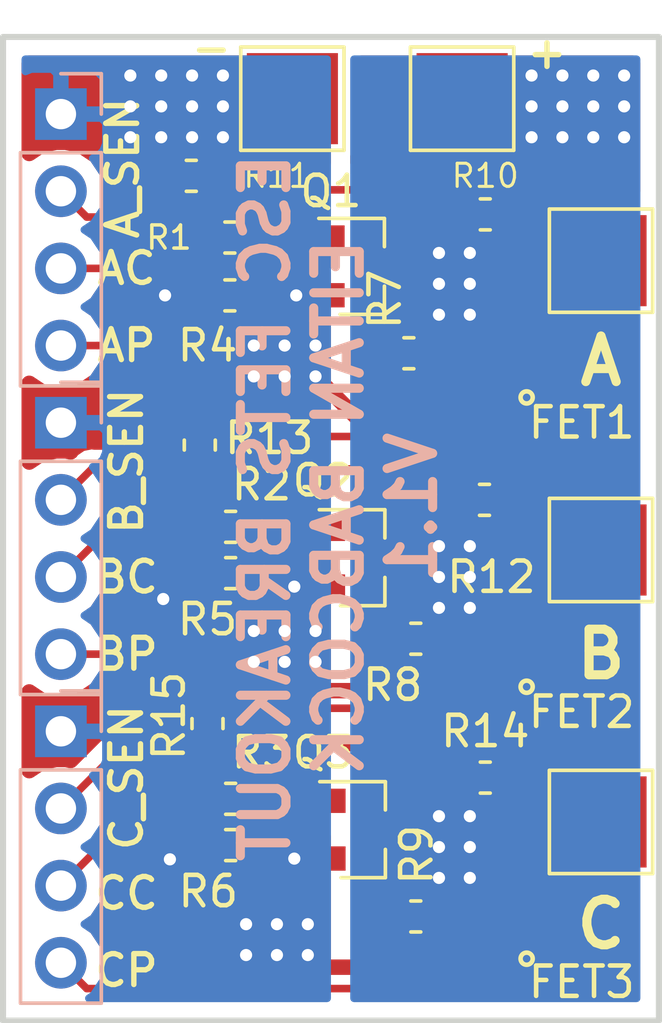
<source format=kicad_pcb>
(kicad_pcb (version 20171130) (host pcbnew 5.0.2-bee76a0~70~ubuntu18.04.1)

  (general
    (thickness 1.6)
    (drawings 19)
    (tracks 208)
    (zones 0)
    (modules 29)
    (nets 21)
  )

  (page A4)
  (layers
    (0 F.Cu signal)
    (31 B.Cu signal)
    (32 B.Adhes user)
    (33 F.Adhes user)
    (34 B.Paste user)
    (35 F.Paste user)
    (36 B.SilkS user)
    (37 F.SilkS user)
    (38 B.Mask user)
    (39 F.Mask user)
    (40 Dwgs.User user)
    (41 Cmts.User user)
    (42 Eco1.User user)
    (43 Eco2.User user)
    (44 Edge.Cuts user)
    (45 Margin user)
    (46 B.CrtYd user)
    (47 F.CrtYd user)
    (48 B.Fab user hide)
    (49 F.Fab user hide)
  )

  (setup
    (last_trace_width 0.25)
    (user_trace_width 0.508)
    (trace_clearance 0.2)
    (zone_clearance 0.381)
    (zone_45_only no)
    (trace_min 0.2)
    (segment_width 0.2)
    (edge_width 0.15)
    (via_size 0.8)
    (via_drill 0.4)
    (via_min_size 0.4)
    (via_min_drill 0.3)
    (uvia_size 0.3)
    (uvia_drill 0.1)
    (uvias_allowed no)
    (uvia_min_size 0.2)
    (uvia_min_drill 0.1)
    (pcb_text_width 0.3)
    (pcb_text_size 1.5 1.5)
    (mod_edge_width 0.15)
    (mod_text_size 1 1)
    (mod_text_width 0.15)
    (pad_size 1.524 1.524)
    (pad_drill 0.762)
    (pad_to_mask_clearance 0.051)
    (solder_mask_min_width 0.25)
    (aux_axis_origin 0 0)
    (visible_elements FFFFFF7F)
    (pcbplotparams
      (layerselection 0x010fc_ffffffff)
      (usegerberextensions false)
      (usegerberattributes false)
      (usegerberadvancedattributes false)
      (creategerberjobfile false)
      (excludeedgelayer true)
      (linewidth 0.100000)
      (plotframeref false)
      (viasonmask false)
      (mode 1)
      (useauxorigin false)
      (hpglpennumber 1)
      (hpglpenspeed 20)
      (hpglpendiameter 15.000000)
      (psnegative false)
      (psa4output false)
      (plotreference true)
      (plotvalue true)
      (plotinvisibletext false)
      (padsonsilk false)
      (subtractmaskfromsilk false)
      (outputformat 1)
      (mirror false)
      (drillshape 1)
      (scaleselection 1)
      (outputdirectory ""))
  )

  (net 0 "")
  (net 1 GND)
  (net 2 AP)
  (net 3 PHASE_A)
  (net 4 V_BATT)
  (net 5 "Net-(FET1-Pad5)")
  (net 6 BP)
  (net 7 PHASE_B)
  (net 8 "Net-(FET2-Pad5)")
  (net 9 PHASE_C)
  (net 10 "Net-(FET3-Pad5)")
  (net 11 CP)
  (net 12 C_SENSE)
  (net 13 CC)
  (net 14 A_SENSE)
  (net 15 AC)
  (net 16 BC)
  (net 17 B_SENSE)
  (net 18 "Net-(Q1-Pad1)")
  (net 19 "Net-(Q2-Pad1)")
  (net 20 "Net-(Q3-Pad1)")

  (net_class Default "This is the default net class."
    (clearance 0.2)
    (trace_width 0.25)
    (via_dia 0.8)
    (via_drill 0.4)
    (uvia_dia 0.3)
    (uvia_drill 0.1)
    (add_net AC)
    (add_net AP)
    (add_net A_SENSE)
    (add_net BC)
    (add_net BP)
    (add_net B_SENSE)
    (add_net CC)
    (add_net CP)
    (add_net C_SENSE)
    (add_net GND)
    (add_net "Net-(FET1-Pad5)")
    (add_net "Net-(FET2-Pad5)")
    (add_net "Net-(FET3-Pad5)")
    (add_net "Net-(Q1-Pad1)")
    (add_net "Net-(Q2-Pad1)")
    (add_net "Net-(Q3-Pad1)")
    (add_net PHASE_A)
    (add_net PHASE_B)
    (add_net PHASE_C)
    (add_net V_BATT)
  )

  (net_class power ""
    (clearance 0.254)
    (trace_width 0.508)
    (via_dia 0.8)
    (via_drill 0.4)
    (uvia_dia 0.3)
    (uvia_drill 0.1)
  )

  (module Resistor_SMD:R_0603_1608Metric (layer F.Cu) (tedit 5B301BBD) (tstamp 5CB91B22)
    (at 105.664 87.376)
    (descr "Resistor SMD 0603 (1608 Metric), square (rectangular) end terminal, IPC_7351 nominal, (Body size source: http://www.tortai-tech.com/upload/download/2011102023233369053.pdf), generated with kicad-footprint-generator")
    (tags resistor)
    (path /5C2BFDEE)
    (attr smd)
    (fp_text reference R9 (at 0.0255 -2.032 90) (layer F.SilkS)
      (effects (font (size 1 1) (thickness 0.15)))
    )
    (fp_text value 100 (at 0 1.43) (layer F.Fab)
      (effects (font (size 1 1) (thickness 0.15)))
    )
    (fp_text user %R (at 0 0) (layer F.Fab)
      (effects (font (size 0.4 0.4) (thickness 0.06)))
    )
    (fp_line (start 1.48 0.73) (end -1.48 0.73) (layer F.CrtYd) (width 0.05))
    (fp_line (start 1.48 -0.73) (end 1.48 0.73) (layer F.CrtYd) (width 0.05))
    (fp_line (start -1.48 -0.73) (end 1.48 -0.73) (layer F.CrtYd) (width 0.05))
    (fp_line (start -1.48 0.73) (end -1.48 -0.73) (layer F.CrtYd) (width 0.05))
    (fp_line (start -0.162779 0.51) (end 0.162779 0.51) (layer F.SilkS) (width 0.12))
    (fp_line (start -0.162779 -0.51) (end 0.162779 -0.51) (layer F.SilkS) (width 0.12))
    (fp_line (start 0.8 0.4) (end -0.8 0.4) (layer F.Fab) (width 0.1))
    (fp_line (start 0.8 -0.4) (end 0.8 0.4) (layer F.Fab) (width 0.1))
    (fp_line (start -0.8 -0.4) (end 0.8 -0.4) (layer F.Fab) (width 0.1))
    (fp_line (start -0.8 0.4) (end -0.8 -0.4) (layer F.Fab) (width 0.1))
    (pad 2 smd roundrect (at 0.7875 0) (size 0.875 0.95) (layers F.Cu F.Paste F.Mask) (roundrect_rratio 0.25)
      (net 4 V_BATT))
    (pad 1 smd roundrect (at -0.7875 0) (size 0.875 0.95) (layers F.Cu F.Paste F.Mask) (roundrect_rratio 0.25)
      (net 10 "Net-(FET3-Pad5)"))
    (model ${KISYS3DMOD}/Resistor_SMD.3dshapes/R_0603_1608Metric.wrl
      (at (xyz 0 0 0))
      (scale (xyz 1 1 1))
      (rotate (xyz 0 0 0))
    )
  )

  (module Resistor_SMD:R_0603_1608Metric (layer F.Cu) (tedit 5B301BBD) (tstamp 5CB91A26)
    (at 99.568 83.5025 180)
    (descr "Resistor SMD 0603 (1608 Metric), square (rectangular) end terminal, IPC_7351 nominal, (Body size source: http://www.tortai-tech.com/upload/download/2011102023233369053.pdf), generated with kicad-footprint-generator")
    (tags resistor)
    (path /5C2BFDF4)
    (attr smd)
    (fp_text reference R3 (at -1.016 1.524 180) (layer F.SilkS)
      (effects (font (size 1 1) (thickness 0.15)))
    )
    (fp_text value 1k (at 0 1.43 180) (layer F.Fab)
      (effects (font (size 1 1) (thickness 0.15)))
    )
    (fp_line (start -0.8 0.4) (end -0.8 -0.4) (layer F.Fab) (width 0.1))
    (fp_line (start -0.8 -0.4) (end 0.8 -0.4) (layer F.Fab) (width 0.1))
    (fp_line (start 0.8 -0.4) (end 0.8 0.4) (layer F.Fab) (width 0.1))
    (fp_line (start 0.8 0.4) (end -0.8 0.4) (layer F.Fab) (width 0.1))
    (fp_line (start -0.162779 -0.51) (end 0.162779 -0.51) (layer F.SilkS) (width 0.12))
    (fp_line (start -0.162779 0.51) (end 0.162779 0.51) (layer F.SilkS) (width 0.12))
    (fp_line (start -1.48 0.73) (end -1.48 -0.73) (layer F.CrtYd) (width 0.05))
    (fp_line (start -1.48 -0.73) (end 1.48 -0.73) (layer F.CrtYd) (width 0.05))
    (fp_line (start 1.48 -0.73) (end 1.48 0.73) (layer F.CrtYd) (width 0.05))
    (fp_line (start 1.48 0.73) (end -1.48 0.73) (layer F.CrtYd) (width 0.05))
    (fp_text user %R (at 0 0 180) (layer F.Fab)
      (effects (font (size 0.4 0.4) (thickness 0.06)))
    )
    (pad 1 smd roundrect (at -0.7875 0 180) (size 0.875 0.95) (layers F.Cu F.Paste F.Mask) (roundrect_rratio 0.25)
      (net 20 "Net-(Q3-Pad1)"))
    (pad 2 smd roundrect (at 0.7875 0 180) (size 0.875 0.95) (layers F.Cu F.Paste F.Mask) (roundrect_rratio 0.25)
      (net 13 CC))
    (model ${KISYS3DMOD}/Resistor_SMD.3dshapes/R_0603_1608Metric.wrl
      (at (xyz 0 0 0))
      (scale (xyz 1 1 1))
      (rotate (xyz 0 0 0))
    )
  )

  (module Package_TO_SOT_SMD:SOT-23 (layer F.Cu) (tedit 5A02FF57) (tstamp 5CB919EE)
    (at 103.902 84.5185)
    (descr "SOT-23, Standard")
    (tags SOT-23)
    (path /5C2BFDE0)
    (attr smd)
    (fp_text reference Q3 (at -1.286 -2.54) (layer F.SilkS)
      (effects (font (size 1 1) (thickness 0.15)))
    )
    (fp_text value BC847 (at 0 2.5) (layer F.Fab)
      (effects (font (size 1 1) (thickness 0.15)))
    )
    (fp_text user %R (at 0 0 90) (layer F.Fab)
      (effects (font (size 0.5 0.5) (thickness 0.075)))
    )
    (fp_line (start -0.7 -0.95) (end -0.7 1.5) (layer F.Fab) (width 0.1))
    (fp_line (start -0.15 -1.52) (end 0.7 -1.52) (layer F.Fab) (width 0.1))
    (fp_line (start -0.7 -0.95) (end -0.15 -1.52) (layer F.Fab) (width 0.1))
    (fp_line (start 0.7 -1.52) (end 0.7 1.52) (layer F.Fab) (width 0.1))
    (fp_line (start -0.7 1.52) (end 0.7 1.52) (layer F.Fab) (width 0.1))
    (fp_line (start 0.76 1.58) (end 0.76 0.65) (layer F.SilkS) (width 0.12))
    (fp_line (start 0.76 -1.58) (end 0.76 -0.65) (layer F.SilkS) (width 0.12))
    (fp_line (start -1.7 -1.75) (end 1.7 -1.75) (layer F.CrtYd) (width 0.05))
    (fp_line (start 1.7 -1.75) (end 1.7 1.75) (layer F.CrtYd) (width 0.05))
    (fp_line (start 1.7 1.75) (end -1.7 1.75) (layer F.CrtYd) (width 0.05))
    (fp_line (start -1.7 1.75) (end -1.7 -1.75) (layer F.CrtYd) (width 0.05))
    (fp_line (start 0.76 -1.58) (end -1.4 -1.58) (layer F.SilkS) (width 0.12))
    (fp_line (start 0.76 1.58) (end -0.7 1.58) (layer F.SilkS) (width 0.12))
    (pad 1 smd rect (at -1 -0.95) (size 0.9 0.8) (layers F.Cu F.Paste F.Mask)
      (net 20 "Net-(Q3-Pad1)"))
    (pad 2 smd rect (at -1 0.95) (size 0.9 0.8) (layers F.Cu F.Paste F.Mask)
      (net 1 GND))
    (pad 3 smd rect (at 1 0) (size 0.9 0.8) (layers F.Cu F.Paste F.Mask)
      (net 10 "Net-(FET3-Pad5)"))
    (model ${KISYS3DMOD}/Package_TO_SOT_SMD.3dshapes/SOT-23.wrl
      (at (xyz 0 0 0))
      (scale (xyz 1 1 1))
      (rotate (xyz 0 0 0))
    )
  )

  (module Resistor_SMD:R_0603_1608Metric (layer F.Cu) (tedit 5B301BBD) (tstamp 5CB91D5C)
    (at 99.568 85.0265)
    (descr "Resistor SMD 0603 (1608 Metric), square (rectangular) end terminal, IPC_7351 nominal, (Body size source: http://www.tortai-tech.com/upload/download/2011102023233369053.pdf), generated with kicad-footprint-generator")
    (tags resistor)
    (path /5C2BFDFA)
    (attr smd)
    (fp_text reference R6 (at -0.7365 1.524) (layer F.SilkS)
      (effects (font (size 1 1) (thickness 0.15)))
    )
    (fp_text value 100k (at 0 1.43) (layer F.Fab)
      (effects (font (size 1 1) (thickness 0.15)))
    )
    (fp_text user %R (at 0 0) (layer F.Fab)
      (effects (font (size 0.4 0.4) (thickness 0.06)))
    )
    (fp_line (start 1.48 0.73) (end -1.48 0.73) (layer F.CrtYd) (width 0.05))
    (fp_line (start 1.48 -0.73) (end 1.48 0.73) (layer F.CrtYd) (width 0.05))
    (fp_line (start -1.48 -0.73) (end 1.48 -0.73) (layer F.CrtYd) (width 0.05))
    (fp_line (start -1.48 0.73) (end -1.48 -0.73) (layer F.CrtYd) (width 0.05))
    (fp_line (start -0.162779 0.51) (end 0.162779 0.51) (layer F.SilkS) (width 0.12))
    (fp_line (start -0.162779 -0.51) (end 0.162779 -0.51) (layer F.SilkS) (width 0.12))
    (fp_line (start 0.8 0.4) (end -0.8 0.4) (layer F.Fab) (width 0.1))
    (fp_line (start 0.8 -0.4) (end 0.8 0.4) (layer F.Fab) (width 0.1))
    (fp_line (start -0.8 -0.4) (end 0.8 -0.4) (layer F.Fab) (width 0.1))
    (fp_line (start -0.8 0.4) (end -0.8 -0.4) (layer F.Fab) (width 0.1))
    (pad 2 smd roundrect (at 0.7875 0) (size 0.875 0.95) (layers F.Cu F.Paste F.Mask) (roundrect_rratio 0.25)
      (net 20 "Net-(Q3-Pad1)"))
    (pad 1 smd roundrect (at -0.7875 0) (size 0.875 0.95) (layers F.Cu F.Paste F.Mask) (roundrect_rratio 0.25)
      (net 1 GND))
    (model ${KISYS3DMOD}/Resistor_SMD.3dshapes/R_0603_1608Metric.wrl
      (at (xyz 0 0 0))
      (scale (xyz 1 1 1))
      (rotate (xyz 0 0 0))
    )
  )

  (module Resistor_SMD:R_0603_1608Metric (layer F.Cu) (tedit 5B301BBD) (tstamp 5CC3189B)
    (at 107.95 82.804)
    (descr "Resistor SMD 0603 (1608 Metric), square (rectangular) end terminal, IPC_7351 nominal, (Body size source: http://www.tortai-tech.com/upload/download/2011102023233369053.pdf), generated with kicad-footprint-generator")
    (tags resistor)
    (path /5C2BFE2C)
    (attr smd)
    (fp_text reference R14 (at 0 -1.524) (layer F.SilkS)
      (effects (font (size 1 1) (thickness 0.15)))
    )
    (fp_text value 10k (at 0 1.43) (layer F.Fab)
      (effects (font (size 1 1) (thickness 0.15)))
    )
    (fp_text user %R (at 0 0) (layer F.Fab)
      (effects (font (size 0.4 0.4) (thickness 0.06)))
    )
    (fp_line (start 1.48 0.73) (end -1.48 0.73) (layer F.CrtYd) (width 0.05))
    (fp_line (start 1.48 -0.73) (end 1.48 0.73) (layer F.CrtYd) (width 0.05))
    (fp_line (start -1.48 -0.73) (end 1.48 -0.73) (layer F.CrtYd) (width 0.05))
    (fp_line (start -1.48 0.73) (end -1.48 -0.73) (layer F.CrtYd) (width 0.05))
    (fp_line (start -0.162779 0.51) (end 0.162779 0.51) (layer F.SilkS) (width 0.12))
    (fp_line (start -0.162779 -0.51) (end 0.162779 -0.51) (layer F.SilkS) (width 0.12))
    (fp_line (start 0.8 0.4) (end -0.8 0.4) (layer F.Fab) (width 0.1))
    (fp_line (start 0.8 -0.4) (end 0.8 0.4) (layer F.Fab) (width 0.1))
    (fp_line (start -0.8 -0.4) (end 0.8 -0.4) (layer F.Fab) (width 0.1))
    (fp_line (start -0.8 0.4) (end -0.8 -0.4) (layer F.Fab) (width 0.1))
    (pad 2 smd roundrect (at 0.7875 0) (size 0.875 0.95) (layers F.Cu F.Paste F.Mask) (roundrect_rratio 0.25)
      (net 9 PHASE_C))
    (pad 1 smd roundrect (at -0.7875 0) (size 0.875 0.95) (layers F.Cu F.Paste F.Mask) (roundrect_rratio 0.25)
      (net 12 C_SENSE))
    (model ${KISYS3DMOD}/Resistor_SMD.3dshapes/R_0603_1608Metric.wrl
      (at (xyz 0 0 0))
      (scale (xyz 1 1 1))
      (rotate (xyz 0 0 0))
    )
  )

  (module Resistor_SMD:R_0603_1608Metric (layer F.Cu) (tedit 5B301BBD) (tstamp 5CB916C6)
    (at 98.806 81.026 270)
    (descr "Resistor SMD 0603 (1608 Metric), square (rectangular) end terminal, IPC_7351 nominal, (Body size source: http://www.tortai-tech.com/upload/download/2011102023233369053.pdf), generated with kicad-footprint-generator")
    (tags resistor)
    (path /5C2BFE26)
    (attr smd)
    (fp_text reference R15 (at -0.254 1.27 270) (layer F.SilkS)
      (effects (font (size 1 1) (thickness 0.15)))
    )
    (fp_text value 2k2 (at 0 1.43 270) (layer F.Fab)
      (effects (font (size 1 1) (thickness 0.15)))
    )
    (fp_line (start -0.8 0.4) (end -0.8 -0.4) (layer F.Fab) (width 0.1))
    (fp_line (start -0.8 -0.4) (end 0.8 -0.4) (layer F.Fab) (width 0.1))
    (fp_line (start 0.8 -0.4) (end 0.8 0.4) (layer F.Fab) (width 0.1))
    (fp_line (start 0.8 0.4) (end -0.8 0.4) (layer F.Fab) (width 0.1))
    (fp_line (start -0.162779 -0.51) (end 0.162779 -0.51) (layer F.SilkS) (width 0.12))
    (fp_line (start -0.162779 0.51) (end 0.162779 0.51) (layer F.SilkS) (width 0.12))
    (fp_line (start -1.48 0.73) (end -1.48 -0.73) (layer F.CrtYd) (width 0.05))
    (fp_line (start -1.48 -0.73) (end 1.48 -0.73) (layer F.CrtYd) (width 0.05))
    (fp_line (start 1.48 -0.73) (end 1.48 0.73) (layer F.CrtYd) (width 0.05))
    (fp_line (start 1.48 0.73) (end -1.48 0.73) (layer F.CrtYd) (width 0.05))
    (fp_text user %R (at 0 0 270) (layer F.Fab)
      (effects (font (size 0.4 0.4) (thickness 0.06)))
    )
    (pad 1 smd roundrect (at -0.7875 0 270) (size 0.875 0.95) (layers F.Cu F.Paste F.Mask) (roundrect_rratio 0.25)
      (net 1 GND))
    (pad 2 smd roundrect (at 0.7875 0 270) (size 0.875 0.95) (layers F.Cu F.Paste F.Mask) (roundrect_rratio 0.25)
      (net 12 C_SENSE))
    (model ${KISYS3DMOD}/Resistor_SMD.3dshapes/R_0603_1608Metric.wrl
      (at (xyz 0 0 0))
      (scale (xyz 1 1 1))
      (rotate (xyz 0 0 0))
    )
  )

  (module TestPoint:TestPoint_Pad_3.0x3.0mm (layer F.Cu) (tedit 5C60C074) (tstamp 5CB9169C)
    (at 111.76 84.2645)
    (descr "SMD rectangular pad as test Point, square 3.0mm side length")
    (tags "test point SMD pad rectangle square")
    (path /5C6449DB)
    (attr virtual)
    (fp_text reference PAD5 (at 0 -2.398) (layer F.Fab)
      (effects (font (size 1 1) (thickness 0.15)))
    )
    (fp_text value PAD (at 0 2.55) (layer F.Fab)
      (effects (font (size 1 1) (thickness 0.15)))
    )
    (fp_text user %R (at 0 -2.4) (layer F.Fab)
      (effects (font (size 1 1) (thickness 0.15)))
    )
    (fp_line (start -1.7 -1.7) (end 1.7 -1.7) (layer F.SilkS) (width 0.12))
    (fp_line (start 1.7 -1.7) (end 1.7 1.7) (layer F.SilkS) (width 0.12))
    (fp_line (start 1.7 1.7) (end -1.7 1.7) (layer F.SilkS) (width 0.12))
    (fp_line (start -1.7 1.7) (end -1.7 -1.7) (layer F.SilkS) (width 0.12))
    (fp_line (start -2 -2) (end 2 -2) (layer F.CrtYd) (width 0.05))
    (fp_line (start -2 -2) (end -2 2) (layer F.CrtYd) (width 0.05))
    (fp_line (start 2 2) (end 2 -2) (layer F.CrtYd) (width 0.05))
    (fp_line (start 2 2) (end -2 2) (layer F.CrtYd) (width 0.05))
    (pad 1 smd rect (at 0 0) (size 3 3) (layers F.Cu F.Mask)
      (net 9 PHASE_C))
  )

  (module blheli_esc:UT6MA3 (layer F.Cu) (tedit 5C2A8CE1) (tstamp 5CB91623)
    (at 108.712 87.5665 90)
    (path /5C2BFDE6)
    (fp_text reference FET3 (at -1.9685 2.413 180) (layer F.SilkS)
      (effects (font (size 1 1) (thickness 0.15)))
    )
    (fp_text value UT6MA3 (at 0 -1.905 90) (layer F.Fab)
      (effects (font (size 1 1) (thickness 0.15)))
    )
    (fp_circle (center -1.2 0.6) (end -1 0.6) (layer F.SilkS) (width 0.15))
    (pad 8 smd rect (at 0.5 0 90) (size 0.7 1) (layers F.Cu F.Paste F.Mask)
      (net 9 PHASE_C))
    (pad 7 smd rect (at -0.5 0 90) (size 0.7 1) (layers F.Cu F.Paste F.Mask)
      (net 9 PHASE_C))
    (pad 6 smd rect (at -0.65 -0.8625 90) (size 0.45 0.425) (layers F.Cu F.Paste F.Mask)
      (net 9 PHASE_C))
    (pad 5 smd rect (at 0 -0.8625 90) (size 0.45 0.425) (layers F.Cu F.Paste F.Mask)
      (net 10 "Net-(FET3-Pad5)"))
    (pad 4 smd rect (at 0.65 -0.8625 90) (size 0.45 0.425) (layers F.Cu F.Paste F.Mask)
      (net 4 V_BATT))
    (pad 3 smd rect (at 0.65 0.8625 90) (size 0.45 0.425) (layers F.Cu F.Paste F.Mask)
      (net 9 PHASE_C))
    (pad 2 smd rect (at 0 0.8625 90) (size 0.45 0.425) (layers F.Cu F.Paste F.Mask)
      (net 11 CP))
    (pad 1 smd rect (at -0.65 0.8625 90) (size 0.45 0.425) (layers F.Cu F.Paste F.Mask)
      (net 1 GND))
  )

  (module blheli_esc:UT6MA3 (layer F.Cu) (tedit 5C2A8CE1) (tstamp 5CB91992)
    (at 108.712 69.088 90)
    (path /5C2A92AB)
    (fp_text reference FET1 (at -2.032 2.413 180) (layer F.SilkS)
      (effects (font (size 1 1) (thickness 0.15)))
    )
    (fp_text value UT6MA3 (at 0 -1.905 90) (layer F.Fab)
      (effects (font (size 1 1) (thickness 0.15)))
    )
    (fp_circle (center -1.2 0.6) (end -1 0.6) (layer F.SilkS) (width 0.15))
    (pad 1 smd rect (at -0.65 0.8625 90) (size 0.45 0.425) (layers F.Cu F.Paste F.Mask)
      (net 1 GND))
    (pad 2 smd rect (at 0 0.8625 90) (size 0.45 0.425) (layers F.Cu F.Paste F.Mask)
      (net 2 AP))
    (pad 3 smd rect (at 0.65 0.8625 90) (size 0.45 0.425) (layers F.Cu F.Paste F.Mask)
      (net 3 PHASE_A))
    (pad 4 smd rect (at 0.65 -0.8625 90) (size 0.45 0.425) (layers F.Cu F.Paste F.Mask)
      (net 4 V_BATT))
    (pad 5 smd rect (at 0 -0.8625 90) (size 0.45 0.425) (layers F.Cu F.Paste F.Mask)
      (net 5 "Net-(FET1-Pad5)"))
    (pad 6 smd rect (at -0.65 -0.8625 90) (size 0.45 0.425) (layers F.Cu F.Paste F.Mask)
      (net 3 PHASE_A))
    (pad 7 smd rect (at -0.5 0 90) (size 0.7 1) (layers F.Cu F.Paste F.Mask)
      (net 3 PHASE_A))
    (pad 8 smd rect (at 0.5 0 90) (size 0.7 1) (layers F.Cu F.Paste F.Mask)
      (net 3 PHASE_A))
  )

  (module blheli_esc:UT6MA3 (layer F.Cu) (tedit 5C2A8CE1) (tstamp 5CB91647)
    (at 108.712 78.613 90)
    (path /5C2BCBF3)
    (fp_text reference FET2 (at -2.032 2.413 180) (layer F.SilkS)
      (effects (font (size 1 1) (thickness 0.15)))
    )
    (fp_text value UT6MA3 (at 0 -1.905 90) (layer F.Fab)
      (effects (font (size 1 1) (thickness 0.15)))
    )
    (fp_circle (center -1.2 0.6) (end -1 0.6) (layer F.SilkS) (width 0.15))
    (pad 1 smd rect (at -0.65 0.8625 90) (size 0.45 0.425) (layers F.Cu F.Paste F.Mask)
      (net 1 GND))
    (pad 2 smd rect (at 0 0.8625 90) (size 0.45 0.425) (layers F.Cu F.Paste F.Mask)
      (net 6 BP))
    (pad 3 smd rect (at 0.65 0.8625 90) (size 0.45 0.425) (layers F.Cu F.Paste F.Mask)
      (net 7 PHASE_B))
    (pad 4 smd rect (at 0.65 -0.8625 90) (size 0.45 0.425) (layers F.Cu F.Paste F.Mask)
      (net 4 V_BATT))
    (pad 5 smd rect (at 0 -0.8625 90) (size 0.45 0.425) (layers F.Cu F.Paste F.Mask)
      (net 8 "Net-(FET2-Pad5)"))
    (pad 6 smd rect (at -0.65 -0.8625 90) (size 0.45 0.425) (layers F.Cu F.Paste F.Mask)
      (net 7 PHASE_B))
    (pad 7 smd rect (at -0.5 0 90) (size 0.7 1) (layers F.Cu F.Paste F.Mask)
      (net 7 PHASE_B))
    (pad 8 smd rect (at 0.5 0 90) (size 0.7 1) (layers F.Cu F.Paste F.Mask)
      (net 7 PHASE_B))
  )

  (module Connector_PinHeader_2.54mm:PinHeader_1x04_P2.54mm_Vertical (layer B.Cu) (tedit 5C60C45B) (tstamp 5CB9178D)
    (at 93.98 81.28 180)
    (descr "Through hole straight pin header, 1x04, 2.54mm pitch, single row")
    (tags "Through hole pin header THT 1x04 2.54mm single row")
    (path /5C63FE90)
    (fp_text reference J1 (at 0 2.33 180) (layer B.Fab)
      (effects (font (size 1 1) (thickness 0.15)) (justify mirror))
    )
    (fp_text value Conn_01x04 (at 0 -9.95 180) (layer B.Fab)
      (effects (font (size 1 1) (thickness 0.15)) (justify mirror))
    )
    (fp_line (start -0.635 1.27) (end 1.27 1.27) (layer B.Fab) (width 0.1))
    (fp_line (start 1.27 1.27) (end 1.27 -8.89) (layer B.Fab) (width 0.1))
    (fp_line (start 1.27 -8.89) (end -1.27 -8.89) (layer B.Fab) (width 0.1))
    (fp_line (start -1.27 -8.89) (end -1.27 0.635) (layer B.Fab) (width 0.1))
    (fp_line (start -1.27 0.635) (end -0.635 1.27) (layer B.Fab) (width 0.1))
    (fp_line (start -1.33 -8.95) (end 1.33 -8.95) (layer B.SilkS) (width 0.12))
    (fp_line (start -1.33 -1.27) (end -1.33 -8.95) (layer B.SilkS) (width 0.12))
    (fp_line (start 1.33 -1.27) (end 1.33 -8.95) (layer B.SilkS) (width 0.12))
    (fp_line (start -1.33 -1.27) (end 1.33 -1.27) (layer B.SilkS) (width 0.12))
    (fp_line (start -1.33 0) (end -1.33 1.33) (layer B.SilkS) (width 0.12))
    (fp_line (start -1.33 1.33) (end 0 1.33) (layer B.SilkS) (width 0.12))
    (fp_line (start -1.8 1.8) (end -1.8 -9.4) (layer B.CrtYd) (width 0.05))
    (fp_line (start -1.8 -9.4) (end 1.8 -9.4) (layer B.CrtYd) (width 0.05))
    (fp_line (start 1.8 -9.4) (end 1.8 1.8) (layer B.CrtYd) (width 0.05))
    (fp_line (start 1.8 1.8) (end -1.8 1.8) (layer B.CrtYd) (width 0.05))
    (fp_text user %R (at 0 -3.81 90) (layer B.Fab)
      (effects (font (size 1 1) (thickness 0.15)) (justify mirror))
    )
    (pad 1 thru_hole rect (at 0 0 180) (size 1.7 1.7) (drill 1) (layers *.Cu *.Mask)
      (net 1 GND))
    (pad 2 thru_hole oval (at 0 -2.54 180) (size 1.7 1.7) (drill 1) (layers *.Cu *.Mask)
      (net 12 C_SENSE))
    (pad 3 thru_hole oval (at 0 -5.08 180) (size 1.7 1.7) (drill 1) (layers *.Cu *.Mask)
      (net 13 CC))
    (pad 4 thru_hole oval (at 0 -7.62 180) (size 1.7 1.7) (drill 1) (layers *.Cu *.Mask)
      (net 11 CP))
    (model ${KISYS3DMOD}/Connector_PinHeader_2.54mm.3dshapes/PinHeader_1x04_P2.54mm_Vertical.wrl
      (at (xyz 0 0 0))
      (scale (xyz 1 1 1))
      (rotate (xyz 0 0 0))
    )
  )

  (module Connector_PinHeader_2.54mm:PinHeader_1x04_P2.54mm_Vertical (layer B.Cu) (tedit 5C60C452) (tstamp 5CB91A5D)
    (at 93.98 60.96 180)
    (descr "Through hole straight pin header, 1x04, 2.54mm pitch, single row")
    (tags "Through hole pin header THT 1x04 2.54mm single row")
    (path /5C63DC34)
    (fp_text reference J2 (at 0 2.33 180) (layer B.Fab)
      (effects (font (size 1 1) (thickness 0.15)) (justify mirror))
    )
    (fp_text value Conn_01x04 (at 0 -9.95 180) (layer B.Fab)
      (effects (font (size 1 1) (thickness 0.15)) (justify mirror))
    )
    (fp_line (start -0.635 1.27) (end 1.27 1.27) (layer B.Fab) (width 0.1))
    (fp_line (start 1.27 1.27) (end 1.27 -8.89) (layer B.Fab) (width 0.1))
    (fp_line (start 1.27 -8.89) (end -1.27 -8.89) (layer B.Fab) (width 0.1))
    (fp_line (start -1.27 -8.89) (end -1.27 0.635) (layer B.Fab) (width 0.1))
    (fp_line (start -1.27 0.635) (end -0.635 1.27) (layer B.Fab) (width 0.1))
    (fp_line (start -1.33 -8.95) (end 1.33 -8.95) (layer B.SilkS) (width 0.12))
    (fp_line (start -1.33 -1.27) (end -1.33 -8.95) (layer B.SilkS) (width 0.12))
    (fp_line (start 1.33 -1.27) (end 1.33 -8.95) (layer B.SilkS) (width 0.12))
    (fp_line (start -1.33 -1.27) (end 1.33 -1.27) (layer B.SilkS) (width 0.12))
    (fp_line (start -1.33 0) (end -1.33 1.33) (layer B.SilkS) (width 0.12))
    (fp_line (start -1.33 1.33) (end 0 1.33) (layer B.SilkS) (width 0.12))
    (fp_line (start -1.8 1.8) (end -1.8 -9.4) (layer B.CrtYd) (width 0.05))
    (fp_line (start -1.8 -9.4) (end 1.8 -9.4) (layer B.CrtYd) (width 0.05))
    (fp_line (start 1.8 -9.4) (end 1.8 1.8) (layer B.CrtYd) (width 0.05))
    (fp_line (start 1.8 1.8) (end -1.8 1.8) (layer B.CrtYd) (width 0.05))
    (fp_text user %R (at 0 -3.81 90) (layer B.Fab)
      (effects (font (size 1 1) (thickness 0.15)) (justify mirror))
    )
    (pad 1 thru_hole rect (at 0 0 180) (size 1.7 1.7) (drill 1) (layers *.Cu *.Mask)
      (net 1 GND))
    (pad 2 thru_hole oval (at 0 -2.54 180) (size 1.7 1.7) (drill 1) (layers *.Cu *.Mask)
      (net 14 A_SENSE))
    (pad 3 thru_hole oval (at 0 -5.08 180) (size 1.7 1.7) (drill 1) (layers *.Cu *.Mask)
      (net 15 AC))
    (pad 4 thru_hole oval (at 0 -7.62 180) (size 1.7 1.7) (drill 1) (layers *.Cu *.Mask)
      (net 2 AP))
    (model ${KISYS3DMOD}/Connector_PinHeader_2.54mm.3dshapes/PinHeader_1x04_P2.54mm_Vertical.wrl
      (at (xyz 0 0 0))
      (scale (xyz 1 1 1))
      (rotate (xyz 0 0 0))
    )
  )

  (module Connector_PinHeader_2.54mm:PinHeader_1x04_P2.54mm_Vertical (layer B.Cu) (tedit 5C60C464) (tstamp 5CB918F8)
    (at 93.98 71.12 180)
    (descr "Through hole straight pin header, 1x04, 2.54mm pitch, single row")
    (tags "Through hole pin header THT 1x04 2.54mm single row")
    (path /5C63FDFA)
    (fp_text reference J3 (at 0 2.33 180) (layer B.Fab)
      (effects (font (size 1 1) (thickness 0.15)) (justify mirror))
    )
    (fp_text value Conn_01x04 (at 0 -9.95 180) (layer B.Fab)
      (effects (font (size 1 1) (thickness 0.15)) (justify mirror))
    )
    (fp_text user %R (at 0 -3.81 90) (layer B.Fab)
      (effects (font (size 1 1) (thickness 0.15)) (justify mirror))
    )
    (fp_line (start 1.8 1.8) (end -1.8 1.8) (layer B.CrtYd) (width 0.05))
    (fp_line (start 1.8 -9.4) (end 1.8 1.8) (layer B.CrtYd) (width 0.05))
    (fp_line (start -1.8 -9.4) (end 1.8 -9.4) (layer B.CrtYd) (width 0.05))
    (fp_line (start -1.8 1.8) (end -1.8 -9.4) (layer B.CrtYd) (width 0.05))
    (fp_line (start -1.33 1.33) (end 0 1.33) (layer B.SilkS) (width 0.12))
    (fp_line (start -1.33 0) (end -1.33 1.33) (layer B.SilkS) (width 0.12))
    (fp_line (start -1.33 -1.27) (end 1.33 -1.27) (layer B.SilkS) (width 0.12))
    (fp_line (start 1.33 -1.27) (end 1.33 -8.95) (layer B.SilkS) (width 0.12))
    (fp_line (start -1.33 -1.27) (end -1.33 -8.95) (layer B.SilkS) (width 0.12))
    (fp_line (start -1.33 -8.95) (end 1.33 -8.95) (layer B.SilkS) (width 0.12))
    (fp_line (start -1.27 0.635) (end -0.635 1.27) (layer B.Fab) (width 0.1))
    (fp_line (start -1.27 -8.89) (end -1.27 0.635) (layer B.Fab) (width 0.1))
    (fp_line (start 1.27 -8.89) (end -1.27 -8.89) (layer B.Fab) (width 0.1))
    (fp_line (start 1.27 1.27) (end 1.27 -8.89) (layer B.Fab) (width 0.1))
    (fp_line (start -0.635 1.27) (end 1.27 1.27) (layer B.Fab) (width 0.1))
    (pad 4 thru_hole oval (at 0 -7.62 180) (size 1.7 1.7) (drill 1) (layers *.Cu *.Mask)
      (net 6 BP))
    (pad 3 thru_hole oval (at 0 -5.08 180) (size 1.7 1.7) (drill 1) (layers *.Cu *.Mask)
      (net 16 BC))
    (pad 2 thru_hole oval (at 0 -2.54 180) (size 1.7 1.7) (drill 1) (layers *.Cu *.Mask)
      (net 17 B_SENSE))
    (pad 1 thru_hole rect (at 0 0 180) (size 1.7 1.7) (drill 1) (layers *.Cu *.Mask)
      (net 1 GND))
    (model ${KISYS3DMOD}/Connector_PinHeader_2.54mm.3dshapes/PinHeader_1x04_P2.54mm_Vertical.wrl
      (at (xyz 0 0 0))
      (scale (xyz 1 1 1))
      (rotate (xyz 0 0 0))
    )
  )

  (module TestPoint:TestPoint_Pad_3.0x3.0mm (layer F.Cu) (tedit 5C60C20B) (tstamp 5CB9188B)
    (at 107.188 60.452)
    (descr "SMD rectangular pad as test Point, square 3.0mm side length")
    (tags "test point SMD pad rectangle square")
    (path /5C639844)
    (attr virtual)
    (fp_text reference PAD1 (at 0 -2.398) (layer F.Fab)
      (effects (font (size 1 1) (thickness 0.15)))
    )
    (fp_text value PAD (at 0 2.55) (layer F.Fab)
      (effects (font (size 1 1) (thickness 0.15)))
    )
    (fp_text user %R (at 0 -2.4) (layer F.Fab)
      (effects (font (size 1 1) (thickness 0.15)))
    )
    (fp_line (start -1.7 -1.7) (end 1.7 -1.7) (layer F.SilkS) (width 0.12))
    (fp_line (start 1.7 -1.7) (end 1.7 1.7) (layer F.SilkS) (width 0.12))
    (fp_line (start 1.7 1.7) (end -1.7 1.7) (layer F.SilkS) (width 0.12))
    (fp_line (start -1.7 1.7) (end -1.7 -1.7) (layer F.SilkS) (width 0.12))
    (fp_line (start -2 -2) (end 2 -2) (layer F.CrtYd) (width 0.05))
    (fp_line (start -2 -2) (end -2 2) (layer F.CrtYd) (width 0.05))
    (fp_line (start 2 2) (end 2 -2) (layer F.CrtYd) (width 0.05))
    (fp_line (start 2 2) (end -2 2) (layer F.CrtYd) (width 0.05))
    (pad 1 smd rect (at 0 0) (size 3 3) (layers F.Cu F.Mask)
      (net 4 V_BATT))
  )

  (module TestPoint:TestPoint_Pad_3.0x3.0mm (layer F.Cu) (tedit 5C60C20F) (tstamp 5CB915FD)
    (at 101.6 60.452)
    (descr "SMD rectangular pad as test Point, square 3.0mm side length")
    (tags "test point SMD pad rectangle square")
    (path /5C63B7F4)
    (attr virtual)
    (fp_text reference PAD2 (at 0 -2.398) (layer F.Fab)
      (effects (font (size 1 1) (thickness 0.15)))
    )
    (fp_text value PAD (at 0 2.55) (layer F.Fab)
      (effects (font (size 1 1) (thickness 0.15)))
    )
    (fp_line (start 2 2) (end -2 2) (layer F.CrtYd) (width 0.05))
    (fp_line (start 2 2) (end 2 -2) (layer F.CrtYd) (width 0.05))
    (fp_line (start -2 -2) (end -2 2) (layer F.CrtYd) (width 0.05))
    (fp_line (start -2 -2) (end 2 -2) (layer F.CrtYd) (width 0.05))
    (fp_line (start -1.7 1.7) (end -1.7 -1.7) (layer F.SilkS) (width 0.12))
    (fp_line (start 1.7 1.7) (end -1.7 1.7) (layer F.SilkS) (width 0.12))
    (fp_line (start 1.7 -1.7) (end 1.7 1.7) (layer F.SilkS) (width 0.12))
    (fp_line (start -1.7 -1.7) (end 1.7 -1.7) (layer F.SilkS) (width 0.12))
    (fp_text user %R (at 0 -2.4) (layer F.Fab)
      (effects (font (size 1 1) (thickness 0.15)))
    )
    (pad 1 smd rect (at 0 0) (size 3 3) (layers F.Cu F.Mask)
      (net 1 GND))
  )

  (module TestPoint:TestPoint_Pad_3.0x3.0mm (layer F.Cu) (tedit 5C60BCBB) (tstamp 5CC305C2)
    (at 111.76 65.786)
    (descr "SMD rectangular pad as test Point, square 3.0mm side length")
    (tags "test point SMD pad rectangle square")
    (path /5C6447F0)
    (attr virtual)
    (fp_text reference PAD3 (at 0 -2.398) (layer F.Fab)
      (effects (font (size 1 1) (thickness 0.15)))
    )
    (fp_text value PAD (at 0 2.55) (layer F.Fab)
      (effects (font (size 1 1) (thickness 0.15)))
    )
    (fp_text user %R (at 0 -2.4) (layer F.Fab)
      (effects (font (size 1 1) (thickness 0.15)))
    )
    (fp_line (start -1.7 -1.7) (end 1.7 -1.7) (layer F.SilkS) (width 0.12))
    (fp_line (start 1.7 -1.7) (end 1.7 1.7) (layer F.SilkS) (width 0.12))
    (fp_line (start 1.7 1.7) (end -1.7 1.7) (layer F.SilkS) (width 0.12))
    (fp_line (start -1.7 1.7) (end -1.7 -1.7) (layer F.SilkS) (width 0.12))
    (fp_line (start -2 -2) (end 2 -2) (layer F.CrtYd) (width 0.05))
    (fp_line (start -2 -2) (end -2 2) (layer F.CrtYd) (width 0.05))
    (fp_line (start 2 2) (end 2 -2) (layer F.CrtYd) (width 0.05))
    (fp_line (start 2 2) (end -2 2) (layer F.CrtYd) (width 0.05))
    (pad 1 smd rect (at 0 0) (size 3 3) (layers F.Cu F.Mask)
      (net 3 PHASE_A))
  )

  (module TestPoint:TestPoint_Pad_3.0x3.0mm (layer F.Cu) (tedit 5C60BF98) (tstamp 5CB91864)
    (at 111.76 75.311)
    (descr "SMD rectangular pad as test Point, square 3.0mm side length")
    (tags "test point SMD pad rectangle square")
    (path /5C644951)
    (attr virtual)
    (fp_text reference PAD4 (at 0 -2.398) (layer F.Fab)
      (effects (font (size 1 1) (thickness 0.15)))
    )
    (fp_text value PAD (at 0 2.55) (layer F.Fab)
      (effects (font (size 1 1) (thickness 0.15)))
    )
    (fp_line (start 2 2) (end -2 2) (layer F.CrtYd) (width 0.05))
    (fp_line (start 2 2) (end 2 -2) (layer F.CrtYd) (width 0.05))
    (fp_line (start -2 -2) (end -2 2) (layer F.CrtYd) (width 0.05))
    (fp_line (start -2 -2) (end 2 -2) (layer F.CrtYd) (width 0.05))
    (fp_line (start -1.7 1.7) (end -1.7 -1.7) (layer F.SilkS) (width 0.12))
    (fp_line (start 1.7 1.7) (end -1.7 1.7) (layer F.SilkS) (width 0.12))
    (fp_line (start 1.7 -1.7) (end 1.7 1.7) (layer F.SilkS) (width 0.12))
    (fp_line (start -1.7 -1.7) (end 1.7 -1.7) (layer F.SilkS) (width 0.12))
    (fp_text user %R (at 0 -2.4) (layer F.Fab)
      (effects (font (size 1 1) (thickness 0.15)))
    )
    (pad 1 smd rect (at 0 0) (size 3 3) (layers F.Cu F.Mask)
      (net 7 PHASE_B))
  )

  (module Package_TO_SOT_SMD:SOT-23 (layer F.Cu) (tedit 5A02FF57) (tstamp 5CC2F346)
    (at 103.87 65.974)
    (descr "SOT-23, Standard")
    (tags SOT-23)
    (path /5C2A8EA1)
    (attr smd)
    (fp_text reference Q1 (at -1 -2.474) (layer F.SilkS)
      (effects (font (size 1 1) (thickness 0.15)))
    )
    (fp_text value BC847 (at 0 2.5) (layer F.Fab)
      (effects (font (size 1 1) (thickness 0.15)))
    )
    (fp_text user %R (at 0 0 90) (layer F.Fab)
      (effects (font (size 0.5 0.5) (thickness 0.075)))
    )
    (fp_line (start -0.7 -0.95) (end -0.7 1.5) (layer F.Fab) (width 0.1))
    (fp_line (start -0.15 -1.52) (end 0.7 -1.52) (layer F.Fab) (width 0.1))
    (fp_line (start -0.7 -0.95) (end -0.15 -1.52) (layer F.Fab) (width 0.1))
    (fp_line (start 0.7 -1.52) (end 0.7 1.52) (layer F.Fab) (width 0.1))
    (fp_line (start -0.7 1.52) (end 0.7 1.52) (layer F.Fab) (width 0.1))
    (fp_line (start 0.76 1.58) (end 0.76 0.65) (layer F.SilkS) (width 0.12))
    (fp_line (start 0.76 -1.58) (end 0.76 -0.65) (layer F.SilkS) (width 0.12))
    (fp_line (start -1.7 -1.75) (end 1.7 -1.75) (layer F.CrtYd) (width 0.05))
    (fp_line (start 1.7 -1.75) (end 1.7 1.75) (layer F.CrtYd) (width 0.05))
    (fp_line (start 1.7 1.75) (end -1.7 1.75) (layer F.CrtYd) (width 0.05))
    (fp_line (start -1.7 1.75) (end -1.7 -1.75) (layer F.CrtYd) (width 0.05))
    (fp_line (start 0.76 -1.58) (end -1.4 -1.58) (layer F.SilkS) (width 0.12))
    (fp_line (start 0.76 1.58) (end -0.7 1.58) (layer F.SilkS) (width 0.12))
    (pad 1 smd rect (at -1 -0.95) (size 0.9 0.8) (layers F.Cu F.Paste F.Mask)
      (net 18 "Net-(Q1-Pad1)"))
    (pad 2 smd rect (at -1 0.95) (size 0.9 0.8) (layers F.Cu F.Paste F.Mask)
      (net 1 GND))
    (pad 3 smd rect (at 1 0) (size 0.9 0.8) (layers F.Cu F.Paste F.Mask)
      (net 5 "Net-(FET1-Pad5)"))
    (model ${KISYS3DMOD}/Package_TO_SOT_SMD.3dshapes/SOT-23.wrl
      (at (xyz 0 0 0))
      (scale (xyz 1 1 1))
      (rotate (xyz 0 0 0))
    )
  )

  (module Package_TO_SOT_SMD:SOT-23 (layer F.Cu) (tedit 5A02FF57) (tstamp 5C7A2214)
    (at 103.886 75.565)
    (descr "SOT-23, Standard")
    (tags SOT-23)
    (path /5C2BCBED)
    (attr smd)
    (fp_text reference Q2 (at -1.27 -2.54) (layer F.SilkS)
      (effects (font (size 1 1) (thickness 0.15)))
    )
    (fp_text value BC847 (at 0 2.5) (layer F.Fab)
      (effects (font (size 1 1) (thickness 0.15)))
    )
    (fp_line (start 0.76 1.58) (end -0.7 1.58) (layer F.SilkS) (width 0.12))
    (fp_line (start 0.76 -1.58) (end -1.4 -1.58) (layer F.SilkS) (width 0.12))
    (fp_line (start -1.7 1.75) (end -1.7 -1.75) (layer F.CrtYd) (width 0.05))
    (fp_line (start 1.7 1.75) (end -1.7 1.75) (layer F.CrtYd) (width 0.05))
    (fp_line (start 1.7 -1.75) (end 1.7 1.75) (layer F.CrtYd) (width 0.05))
    (fp_line (start -1.7 -1.75) (end 1.7 -1.75) (layer F.CrtYd) (width 0.05))
    (fp_line (start 0.76 -1.58) (end 0.76 -0.65) (layer F.SilkS) (width 0.12))
    (fp_line (start 0.76 1.58) (end 0.76 0.65) (layer F.SilkS) (width 0.12))
    (fp_line (start -0.7 1.52) (end 0.7 1.52) (layer F.Fab) (width 0.1))
    (fp_line (start 0.7 -1.52) (end 0.7 1.52) (layer F.Fab) (width 0.1))
    (fp_line (start -0.7 -0.95) (end -0.15 -1.52) (layer F.Fab) (width 0.1))
    (fp_line (start -0.15 -1.52) (end 0.7 -1.52) (layer F.Fab) (width 0.1))
    (fp_line (start -0.7 -0.95) (end -0.7 1.5) (layer F.Fab) (width 0.1))
    (fp_text user %R (at 0 0 90) (layer F.Fab)
      (effects (font (size 0.5 0.5) (thickness 0.075)))
    )
    (pad 3 smd rect (at 1 0) (size 0.9 0.8) (layers F.Cu F.Paste F.Mask)
      (net 8 "Net-(FET2-Pad5)"))
    (pad 2 smd rect (at -1 0.95) (size 0.9 0.8) (layers F.Cu F.Paste F.Mask)
      (net 1 GND))
    (pad 1 smd rect (at -1 -0.95) (size 0.9 0.8) (layers F.Cu F.Paste F.Mask)
      (net 19 "Net-(Q2-Pad1)"))
    (model ${KISYS3DMOD}/Package_TO_SOT_SMD.3dshapes/SOT-23.wrl
      (at (xyz 0 0 0))
      (scale (xyz 1 1 1))
      (rotate (xyz 0 0 0))
    )
  )

  (module Resistor_SMD:R_0603_1608Metric (layer F.Cu) (tedit 5C7A1AED) (tstamp 5C7A1D45)
    (at 99.5425 65.024 180)
    (descr "Resistor SMD 0603 (1608 Metric), square (rectangular) end terminal, IPC_7351 nominal, (Body size source: http://www.tortai-tech.com/upload/download/2011102023233369053.pdf), generated with kicad-footprint-generator")
    (tags resistor)
    (path /5C2A957A)
    (attr smd)
    (fp_text reference R1 (at 2.0065 0 180) (layer F.SilkS)
      (effects (font (size 0.762 0.762) (thickness 0.1143)))
    )
    (fp_text value 1k (at 0 1.43 180) (layer F.Fab)
      (effects (font (size 1 1) (thickness 0.15)))
    )
    (fp_line (start -0.8 0.4) (end -0.8 -0.4) (layer F.Fab) (width 0.1))
    (fp_line (start -0.8 -0.4) (end 0.8 -0.4) (layer F.Fab) (width 0.1))
    (fp_line (start 0.8 -0.4) (end 0.8 0.4) (layer F.Fab) (width 0.1))
    (fp_line (start 0.8 0.4) (end -0.8 0.4) (layer F.Fab) (width 0.1))
    (fp_line (start -0.162779 -0.51) (end 0.162779 -0.51) (layer F.SilkS) (width 0.12))
    (fp_line (start -0.162779 0.51) (end 0.162779 0.51) (layer F.SilkS) (width 0.12))
    (fp_line (start -1.48 0.73) (end -1.48 -0.73) (layer F.CrtYd) (width 0.05))
    (fp_line (start -1.48 -0.73) (end 1.48 -0.73) (layer F.CrtYd) (width 0.05))
    (fp_line (start 1.48 -0.73) (end 1.48 0.73) (layer F.CrtYd) (width 0.05))
    (fp_line (start 1.48 0.73) (end -1.48 0.73) (layer F.CrtYd) (width 0.05))
    (fp_text user %R (at 0 0 180) (layer F.Fab)
      (effects (font (size 0.4 0.4) (thickness 0.06)))
    )
    (pad 1 smd roundrect (at -0.7875 0 180) (size 0.875 0.95) (layers F.Cu F.Paste F.Mask) (roundrect_rratio 0.25)
      (net 18 "Net-(Q1-Pad1)"))
    (pad 2 smd roundrect (at 0.7875 0 180) (size 0.875 0.95) (layers F.Cu F.Paste F.Mask) (roundrect_rratio 0.25)
      (net 15 AC))
    (model ${KISYS3DMOD}/Resistor_SMD.3dshapes/R_0603_1608Metric.wrl
      (at (xyz 0 0 0))
      (scale (xyz 1 1 1))
      (rotate (xyz 0 0 0))
    )
  )

  (module Resistor_SMD:R_0603_1608Metric (layer F.Cu) (tedit 5B301BBD) (tstamp 5CB919BA)
    (at 99.568 74.549 180)
    (descr "Resistor SMD 0603 (1608 Metric), square (rectangular) end terminal, IPC_7351 nominal, (Body size source: http://www.tortai-tech.com/upload/download/2011102023233369053.pdf), generated with kicad-footprint-generator")
    (tags resistor)
    (path /5C2BCC01)
    (attr smd)
    (fp_text reference R2 (at -1.016 1.397 180) (layer F.SilkS)
      (effects (font (size 1 1) (thickness 0.15)))
    )
    (fp_text value 1k (at 0 1.43 180) (layer F.Fab)
      (effects (font (size 1 1) (thickness 0.15)))
    )
    (fp_line (start -0.8 0.4) (end -0.8 -0.4) (layer F.Fab) (width 0.1))
    (fp_line (start -0.8 -0.4) (end 0.8 -0.4) (layer F.Fab) (width 0.1))
    (fp_line (start 0.8 -0.4) (end 0.8 0.4) (layer F.Fab) (width 0.1))
    (fp_line (start 0.8 0.4) (end -0.8 0.4) (layer F.Fab) (width 0.1))
    (fp_line (start -0.162779 -0.51) (end 0.162779 -0.51) (layer F.SilkS) (width 0.12))
    (fp_line (start -0.162779 0.51) (end 0.162779 0.51) (layer F.SilkS) (width 0.12))
    (fp_line (start -1.48 0.73) (end -1.48 -0.73) (layer F.CrtYd) (width 0.05))
    (fp_line (start -1.48 -0.73) (end 1.48 -0.73) (layer F.CrtYd) (width 0.05))
    (fp_line (start 1.48 -0.73) (end 1.48 0.73) (layer F.CrtYd) (width 0.05))
    (fp_line (start 1.48 0.73) (end -1.48 0.73) (layer F.CrtYd) (width 0.05))
    (fp_text user %R (at 0 0 180) (layer F.Fab)
      (effects (font (size 0.4 0.4) (thickness 0.06)))
    )
    (pad 1 smd roundrect (at -0.7875 0 180) (size 0.875 0.95) (layers F.Cu F.Paste F.Mask) (roundrect_rratio 0.25)
      (net 19 "Net-(Q2-Pad1)"))
    (pad 2 smd roundrect (at 0.7875 0 180) (size 0.875 0.95) (layers F.Cu F.Paste F.Mask) (roundrect_rratio 0.25)
      (net 16 BC))
    (model ${KISYS3DMOD}/Resistor_SMD.3dshapes/R_0603_1608Metric.wrl
      (at (xyz 0 0 0))
      (scale (xyz 1 1 1))
      (rotate (xyz 0 0 0))
    )
  )

  (module Resistor_SMD:R_0603_1608Metric (layer F.Cu) (tedit 5B301BBD) (tstamp 5CC2FBF1)
    (at 99.5425 66.929)
    (descr "Resistor SMD 0603 (1608 Metric), square (rectangular) end terminal, IPC_7351 nominal, (Body size source: http://www.tortai-tech.com/upload/download/2011102023233369053.pdf), generated with kicad-footprint-generator")
    (tags resistor)
    (path /5C2A95EE)
    (attr smd)
    (fp_text reference R4 (at -0.7365 1.651) (layer F.SilkS)
      (effects (font (size 1 1) (thickness 0.15)))
    )
    (fp_text value 100k (at 0 1.43) (layer F.Fab)
      (effects (font (size 1 1) (thickness 0.15)))
    )
    (fp_text user %R (at 0 0) (layer F.Fab)
      (effects (font (size 0.4 0.4) (thickness 0.06)))
    )
    (fp_line (start 1.48 0.73) (end -1.48 0.73) (layer F.CrtYd) (width 0.05))
    (fp_line (start 1.48 -0.73) (end 1.48 0.73) (layer F.CrtYd) (width 0.05))
    (fp_line (start -1.48 -0.73) (end 1.48 -0.73) (layer F.CrtYd) (width 0.05))
    (fp_line (start -1.48 0.73) (end -1.48 -0.73) (layer F.CrtYd) (width 0.05))
    (fp_line (start -0.162779 0.51) (end 0.162779 0.51) (layer F.SilkS) (width 0.12))
    (fp_line (start -0.162779 -0.51) (end 0.162779 -0.51) (layer F.SilkS) (width 0.12))
    (fp_line (start 0.8 0.4) (end -0.8 0.4) (layer F.Fab) (width 0.1))
    (fp_line (start 0.8 -0.4) (end 0.8 0.4) (layer F.Fab) (width 0.1))
    (fp_line (start -0.8 -0.4) (end 0.8 -0.4) (layer F.Fab) (width 0.1))
    (fp_line (start -0.8 0.4) (end -0.8 -0.4) (layer F.Fab) (width 0.1))
    (pad 2 smd roundrect (at 0.7875 0) (size 0.875 0.95) (layers F.Cu F.Paste F.Mask) (roundrect_rratio 0.25)
      (net 18 "Net-(Q1-Pad1)"))
    (pad 1 smd roundrect (at -0.7875 0) (size 0.875 0.95) (layers F.Cu F.Paste F.Mask) (roundrect_rratio 0.25)
      (net 1 GND))
    (model ${KISYS3DMOD}/Resistor_SMD.3dshapes/R_0603_1608Metric.wrl
      (at (xyz 0 0 0))
      (scale (xyz 1 1 1))
      (rotate (xyz 0 0 0))
    )
  )

  (module Resistor_SMD:R_0603_1608Metric (layer F.Cu) (tedit 5B301BBD) (tstamp 5CB91936)
    (at 99.568 76.073)
    (descr "Resistor SMD 0603 (1608 Metric), square (rectangular) end terminal, IPC_7351 nominal, (Body size source: http://www.tortai-tech.com/upload/download/2011102023233369053.pdf), generated with kicad-footprint-generator")
    (tags resistor)
    (path /5C2BCC07)
    (attr smd)
    (fp_text reference R5 (at -0.762 1.524) (layer F.SilkS)
      (effects (font (size 1 1) (thickness 0.15)))
    )
    (fp_text value 100k (at 0 1.43) (layer F.Fab)
      (effects (font (size 1 1) (thickness 0.15)))
    )
    (fp_text user %R (at 0 0) (layer F.Fab)
      (effects (font (size 0.4 0.4) (thickness 0.06)))
    )
    (fp_line (start 1.48 0.73) (end -1.48 0.73) (layer F.CrtYd) (width 0.05))
    (fp_line (start 1.48 -0.73) (end 1.48 0.73) (layer F.CrtYd) (width 0.05))
    (fp_line (start -1.48 -0.73) (end 1.48 -0.73) (layer F.CrtYd) (width 0.05))
    (fp_line (start -1.48 0.73) (end -1.48 -0.73) (layer F.CrtYd) (width 0.05))
    (fp_line (start -0.162779 0.51) (end 0.162779 0.51) (layer F.SilkS) (width 0.12))
    (fp_line (start -0.162779 -0.51) (end 0.162779 -0.51) (layer F.SilkS) (width 0.12))
    (fp_line (start 0.8 0.4) (end -0.8 0.4) (layer F.Fab) (width 0.1))
    (fp_line (start 0.8 -0.4) (end 0.8 0.4) (layer F.Fab) (width 0.1))
    (fp_line (start -0.8 -0.4) (end 0.8 -0.4) (layer F.Fab) (width 0.1))
    (fp_line (start -0.8 0.4) (end -0.8 -0.4) (layer F.Fab) (width 0.1))
    (pad 2 smd roundrect (at 0.7875 0) (size 0.875 0.95) (layers F.Cu F.Paste F.Mask) (roundrect_rratio 0.25)
      (net 19 "Net-(Q2-Pad1)"))
    (pad 1 smd roundrect (at -0.7875 0) (size 0.875 0.95) (layers F.Cu F.Paste F.Mask) (roundrect_rratio 0.25)
      (net 1 GND))
    (model ${KISYS3DMOD}/Resistor_SMD.3dshapes/R_0603_1608Metric.wrl
      (at (xyz 0 0 0))
      (scale (xyz 1 1 1))
      (rotate (xyz 0 0 0))
    )
  )

  (module Resistor_SMD:R_0603_1608Metric (layer F.Cu) (tedit 5B301BBD) (tstamp 5CC30434)
    (at 105.4355 68.834)
    (descr "Resistor SMD 0603 (1608 Metric), square (rectangular) end terminal, IPC_7351 nominal, (Body size source: http://www.tortai-tech.com/upload/download/2011102023233369053.pdf), generated with kicad-footprint-generator")
    (tags resistor)
    (path /5C2A94B3)
    (attr smd)
    (fp_text reference R7 (at -0.7875 -1.778 90) (layer F.SilkS)
      (effects (font (size 1 1) (thickness 0.15)))
    )
    (fp_text value 100 (at 0 1.43) (layer F.Fab)
      (effects (font (size 1 1) (thickness 0.15)))
    )
    (fp_text user %R (at 0 0) (layer F.Fab)
      (effects (font (size 0.4 0.4) (thickness 0.06)))
    )
    (fp_line (start 1.48 0.73) (end -1.48 0.73) (layer F.CrtYd) (width 0.05))
    (fp_line (start 1.48 -0.73) (end 1.48 0.73) (layer F.CrtYd) (width 0.05))
    (fp_line (start -1.48 -0.73) (end 1.48 -0.73) (layer F.CrtYd) (width 0.05))
    (fp_line (start -1.48 0.73) (end -1.48 -0.73) (layer F.CrtYd) (width 0.05))
    (fp_line (start -0.162779 0.51) (end 0.162779 0.51) (layer F.SilkS) (width 0.12))
    (fp_line (start -0.162779 -0.51) (end 0.162779 -0.51) (layer F.SilkS) (width 0.12))
    (fp_line (start 0.8 0.4) (end -0.8 0.4) (layer F.Fab) (width 0.1))
    (fp_line (start 0.8 -0.4) (end 0.8 0.4) (layer F.Fab) (width 0.1))
    (fp_line (start -0.8 -0.4) (end 0.8 -0.4) (layer F.Fab) (width 0.1))
    (fp_line (start -0.8 0.4) (end -0.8 -0.4) (layer F.Fab) (width 0.1))
    (pad 2 smd roundrect (at 0.7875 0) (size 0.875 0.95) (layers F.Cu F.Paste F.Mask) (roundrect_rratio 0.25)
      (net 4 V_BATT))
    (pad 1 smd roundrect (at -0.7875 0) (size 0.875 0.95) (layers F.Cu F.Paste F.Mask) (roundrect_rratio 0.25)
      (net 5 "Net-(FET1-Pad5)"))
    (model ${KISYS3DMOD}/Resistor_SMD.3dshapes/R_0603_1608Metric.wrl
      (at (xyz 0 0 0))
      (scale (xyz 1 1 1))
      (rotate (xyz 0 0 0))
    )
  )

  (module Resistor_SMD:R_0603_1608Metric (layer F.Cu) (tedit 5B301BBD) (tstamp 5CB916F6)
    (at 105.664 78.232)
    (descr "Resistor SMD 0603 (1608 Metric), square (rectangular) end terminal, IPC_7351 nominal, (Body size source: http://www.tortai-tech.com/upload/download/2011102023233369053.pdf), generated with kicad-footprint-generator")
    (tags resistor)
    (path /5C2BCBFB)
    (attr smd)
    (fp_text reference R8 (at -0.762 1.524 180) (layer F.SilkS)
      (effects (font (size 1 1) (thickness 0.15)))
    )
    (fp_text value 100 (at 0 1.43) (layer F.Fab)
      (effects (font (size 1 1) (thickness 0.15)))
    )
    (fp_line (start -0.8 0.4) (end -0.8 -0.4) (layer F.Fab) (width 0.1))
    (fp_line (start -0.8 -0.4) (end 0.8 -0.4) (layer F.Fab) (width 0.1))
    (fp_line (start 0.8 -0.4) (end 0.8 0.4) (layer F.Fab) (width 0.1))
    (fp_line (start 0.8 0.4) (end -0.8 0.4) (layer F.Fab) (width 0.1))
    (fp_line (start -0.162779 -0.51) (end 0.162779 -0.51) (layer F.SilkS) (width 0.12))
    (fp_line (start -0.162779 0.51) (end 0.162779 0.51) (layer F.SilkS) (width 0.12))
    (fp_line (start -1.48 0.73) (end -1.48 -0.73) (layer F.CrtYd) (width 0.05))
    (fp_line (start -1.48 -0.73) (end 1.48 -0.73) (layer F.CrtYd) (width 0.05))
    (fp_line (start 1.48 -0.73) (end 1.48 0.73) (layer F.CrtYd) (width 0.05))
    (fp_line (start 1.48 0.73) (end -1.48 0.73) (layer F.CrtYd) (width 0.05))
    (fp_text user %R (at 0 0) (layer F.Fab)
      (effects (font (size 0.4 0.4) (thickness 0.06)))
    )
    (pad 1 smd roundrect (at -0.7875 0) (size 0.875 0.95) (layers F.Cu F.Paste F.Mask) (roundrect_rratio 0.25)
      (net 8 "Net-(FET2-Pad5)"))
    (pad 2 smd roundrect (at 0.7875 0) (size 0.875 0.95) (layers F.Cu F.Paste F.Mask) (roundrect_rratio 0.25)
      (net 4 V_BATT))
    (model ${KISYS3DMOD}/Resistor_SMD.3dshapes/R_0603_1608Metric.wrl
      (at (xyz 0 0 0))
      (scale (xyz 1 1 1))
      (rotate (xyz 0 0 0))
    )
  )

  (module Resistor_SMD:R_0603_1608Metric (layer F.Cu) (tedit 5C60E9CE) (tstamp 5CC30464)
    (at 107.95 64.262)
    (descr "Resistor SMD 0603 (1608 Metric), square (rectangular) end terminal, IPC_7351 nominal, (Body size source: http://www.tortai-tech.com/upload/download/2011102023233369053.pdf), generated with kicad-footprint-generator")
    (tags resistor)
    (path /5C2AFEDE)
    (attr smd)
    (fp_text reference R10 (at 0 -1.27) (layer F.SilkS)
      (effects (font (size 0.762 0.762) (thickness 0.1016)))
    )
    (fp_text value 10k (at 0 1.43) (layer F.Fab)
      (effects (font (size 1 1) (thickness 0.15)))
    )
    (fp_line (start -0.8 0.4) (end -0.8 -0.4) (layer F.Fab) (width 0.1))
    (fp_line (start -0.8 -0.4) (end 0.8 -0.4) (layer F.Fab) (width 0.1))
    (fp_line (start 0.8 -0.4) (end 0.8 0.4) (layer F.Fab) (width 0.1))
    (fp_line (start 0.8 0.4) (end -0.8 0.4) (layer F.Fab) (width 0.1))
    (fp_line (start -0.162779 -0.51) (end 0.162779 -0.51) (layer F.SilkS) (width 0.12))
    (fp_line (start -0.162779 0.51) (end 0.162779 0.51) (layer F.SilkS) (width 0.12))
    (fp_line (start -1.48 0.73) (end -1.48 -0.73) (layer F.CrtYd) (width 0.05))
    (fp_line (start -1.48 -0.73) (end 1.48 -0.73) (layer F.CrtYd) (width 0.05))
    (fp_line (start 1.48 -0.73) (end 1.48 0.73) (layer F.CrtYd) (width 0.05))
    (fp_line (start 1.48 0.73) (end -1.48 0.73) (layer F.CrtYd) (width 0.05))
    (fp_text user %R (at 0 0) (layer F.Fab)
      (effects (font (size 0.4 0.4) (thickness 0.06)))
    )
    (pad 1 smd roundrect (at -0.7875 0) (size 0.875 0.95) (layers F.Cu F.Paste F.Mask) (roundrect_rratio 0.25)
      (net 14 A_SENSE))
    (pad 2 smd roundrect (at 0.7875 0) (size 0.875 0.95) (layers F.Cu F.Paste F.Mask) (roundrect_rratio 0.25)
      (net 3 PHASE_A))
    (model ${KISYS3DMOD}/Resistor_SMD.3dshapes/R_0603_1608Metric.wrl
      (at (xyz 0 0 0))
      (scale (xyz 1 1 1))
      (rotate (xyz 0 0 0))
    )
  )

  (module Resistor_SMD:R_0603_1608Metric (layer F.Cu) (tedit 5C60E9FC) (tstamp 5CC30404)
    (at 98.2725 62.992)
    (descr "Resistor SMD 0603 (1608 Metric), square (rectangular) end terminal, IPC_7351 nominal, (Body size source: http://www.tortai-tech.com/upload/download/2011102023233369053.pdf), generated with kicad-footprint-generator")
    (tags resistor)
    (path /5C2AFE6A)
    (attr smd)
    (fp_text reference R11 (at 2.8195 0) (layer F.SilkS)
      (effects (font (size 0.762 0.762) (thickness 0.1016)))
    )
    (fp_text value 2k2 (at 0 1.43) (layer F.Fab)
      (effects (font (size 1 1) (thickness 0.15)))
    )
    (fp_line (start -0.8 0.4) (end -0.8 -0.4) (layer F.Fab) (width 0.1))
    (fp_line (start -0.8 -0.4) (end 0.8 -0.4) (layer F.Fab) (width 0.1))
    (fp_line (start 0.8 -0.4) (end 0.8 0.4) (layer F.Fab) (width 0.1))
    (fp_line (start 0.8 0.4) (end -0.8 0.4) (layer F.Fab) (width 0.1))
    (fp_line (start -0.162779 -0.51) (end 0.162779 -0.51) (layer F.SilkS) (width 0.12))
    (fp_line (start -0.162779 0.51) (end 0.162779 0.51) (layer F.SilkS) (width 0.12))
    (fp_line (start -1.48 0.73) (end -1.48 -0.73) (layer F.CrtYd) (width 0.05))
    (fp_line (start -1.48 -0.73) (end 1.48 -0.73) (layer F.CrtYd) (width 0.05))
    (fp_line (start 1.48 -0.73) (end 1.48 0.73) (layer F.CrtYd) (width 0.05))
    (fp_line (start 1.48 0.73) (end -1.48 0.73) (layer F.CrtYd) (width 0.05))
    (fp_text user %R (at 0 0) (layer F.Fab)
      (effects (font (size 0.4 0.4) (thickness 0.06)))
    )
    (pad 1 smd roundrect (at -0.7875 0) (size 0.875 0.95) (layers F.Cu F.Paste F.Mask) (roundrect_rratio 0.25)
      (net 1 GND))
    (pad 2 smd roundrect (at 0.7875 0) (size 0.875 0.95) (layers F.Cu F.Paste F.Mask) (roundrect_rratio 0.25)
      (net 14 A_SENSE))
    (model ${KISYS3DMOD}/Resistor_SMD.3dshapes/R_0603_1608Metric.wrl
      (at (xyz 0 0 0))
      (scale (xyz 1 1 1))
      (rotate (xyz 0 0 0))
    )
  )

  (module Resistor_SMD:R_0603_1608Metric (layer F.Cu) (tedit 5B301BBD) (tstamp 5CB91B52)
    (at 107.9245 73.66)
    (descr "Resistor SMD 0603 (1608 Metric), square (rectangular) end terminal, IPC_7351 nominal, (Body size source: http://www.tortai-tech.com/upload/download/2011102023233369053.pdf), generated with kicad-footprint-generator")
    (tags resistor)
    (path /5C2BCC39)
    (attr smd)
    (fp_text reference R12 (at 0.2285 2.54) (layer F.SilkS)
      (effects (font (size 1 1) (thickness 0.15)))
    )
    (fp_text value 10k (at 0 1.43) (layer F.Fab)
      (effects (font (size 1 1) (thickness 0.15)))
    )
    (fp_text user %R (at 0 0) (layer F.Fab)
      (effects (font (size 0.4 0.4) (thickness 0.06)))
    )
    (fp_line (start 1.48 0.73) (end -1.48 0.73) (layer F.CrtYd) (width 0.05))
    (fp_line (start 1.48 -0.73) (end 1.48 0.73) (layer F.CrtYd) (width 0.05))
    (fp_line (start -1.48 -0.73) (end 1.48 -0.73) (layer F.CrtYd) (width 0.05))
    (fp_line (start -1.48 0.73) (end -1.48 -0.73) (layer F.CrtYd) (width 0.05))
    (fp_line (start -0.162779 0.51) (end 0.162779 0.51) (layer F.SilkS) (width 0.12))
    (fp_line (start -0.162779 -0.51) (end 0.162779 -0.51) (layer F.SilkS) (width 0.12))
    (fp_line (start 0.8 0.4) (end -0.8 0.4) (layer F.Fab) (width 0.1))
    (fp_line (start 0.8 -0.4) (end 0.8 0.4) (layer F.Fab) (width 0.1))
    (fp_line (start -0.8 -0.4) (end 0.8 -0.4) (layer F.Fab) (width 0.1))
    (fp_line (start -0.8 0.4) (end -0.8 -0.4) (layer F.Fab) (width 0.1))
    (pad 2 smd roundrect (at 0.7875 0) (size 0.875 0.95) (layers F.Cu F.Paste F.Mask) (roundrect_rratio 0.25)
      (net 7 PHASE_B))
    (pad 1 smd roundrect (at -0.7875 0) (size 0.875 0.95) (layers F.Cu F.Paste F.Mask) (roundrect_rratio 0.25)
      (net 17 B_SENSE))
    (model ${KISYS3DMOD}/Resistor_SMD.3dshapes/R_0603_1608Metric.wrl
      (at (xyz 0 0 0))
      (scale (xyz 1 1 1))
      (rotate (xyz 0 0 0))
    )
  )

  (module Resistor_SMD:R_0603_1608Metric (layer F.Cu) (tedit 5B301BBD) (tstamp 5CB91966)
    (at 98.552 71.8565 270)
    (descr "Resistor SMD 0603 (1608 Metric), square (rectangular) end terminal, IPC_7351 nominal, (Body size source: http://www.tortai-tech.com/upload/download/2011102023233369053.pdf), generated with kicad-footprint-generator")
    (tags resistor)
    (path /5C2BCC33)
    (attr smd)
    (fp_text reference R13 (at -0.2285 -2.286) (layer F.SilkS)
      (effects (font (size 1 1) (thickness 0.15)))
    )
    (fp_text value 2k2 (at 0 1.43 270) (layer F.Fab)
      (effects (font (size 1 1) (thickness 0.15)))
    )
    (fp_line (start -0.8 0.4) (end -0.8 -0.4) (layer F.Fab) (width 0.1))
    (fp_line (start -0.8 -0.4) (end 0.8 -0.4) (layer F.Fab) (width 0.1))
    (fp_line (start 0.8 -0.4) (end 0.8 0.4) (layer F.Fab) (width 0.1))
    (fp_line (start 0.8 0.4) (end -0.8 0.4) (layer F.Fab) (width 0.1))
    (fp_line (start -0.162779 -0.51) (end 0.162779 -0.51) (layer F.SilkS) (width 0.12))
    (fp_line (start -0.162779 0.51) (end 0.162779 0.51) (layer F.SilkS) (width 0.12))
    (fp_line (start -1.48 0.73) (end -1.48 -0.73) (layer F.CrtYd) (width 0.05))
    (fp_line (start -1.48 -0.73) (end 1.48 -0.73) (layer F.CrtYd) (width 0.05))
    (fp_line (start 1.48 -0.73) (end 1.48 0.73) (layer F.CrtYd) (width 0.05))
    (fp_line (start 1.48 0.73) (end -1.48 0.73) (layer F.CrtYd) (width 0.05))
    (fp_text user %R (at 0 0 270) (layer F.Fab)
      (effects (font (size 0.4 0.4) (thickness 0.06)))
    )
    (pad 1 smd roundrect (at -0.7875 0 270) (size 0.875 0.95) (layers F.Cu F.Paste F.Mask) (roundrect_rratio 0.25)
      (net 1 GND))
    (pad 2 smd roundrect (at 0.7875 0 270) (size 0.875 0.95) (layers F.Cu F.Paste F.Mask) (roundrect_rratio 0.25)
      (net 17 B_SENSE))
    (model ${KISYS3DMOD}/Resistor_SMD.3dshapes/R_0603_1608Metric.wrl
      (at (xyz 0 0 0))
      (scale (xyz 1 1 1))
      (rotate (xyz 0 0 0))
    )
  )

  (gr_text "ESC FETS BREAKOUT\nEITAN BABCOCK\nV1.1" (at 103.124 73.914 90) (layer B.SilkS) (tstamp 5C7A21D5)
    (effects (font (size 1.5 1.5) (thickness 0.3)) (justify mirror))
  )
  (gr_text C (at 111.76 87.63) (layer F.SilkS)
    (effects (font (size 1.5 1.5) (thickness 0.3)))
  )
  (gr_text B (at 111.76 78.74) (layer F.SilkS)
    (effects (font (size 1.5 1.5) (thickness 0.3)))
  )
  (gr_text A (at 111.76 69.088) (layer F.SilkS)
    (effects (font (size 1.5 1.5) (thickness 0.3)))
  )
  (gr_line (start 92.075 90.805) (end 92.075 58.42) (layer Edge.Cuts) (width 0.2))
  (gr_line (start 113.665 90.805) (end 92.075 90.805) (layer Edge.Cuts) (width 0.2))
  (gr_line (start 113.665 58.42) (end 113.665 90.805) (layer Edge.Cuts) (width 0.2))
  (gr_line (start 92.075 58.42) (end 113.665 58.42) (layer Edge.Cuts) (width 0.2))
  (gr_text - (at 98.933 58.928 180) (layer F.SilkS) (tstamp 5CC324AB)
    (effects (font (size 1.016 1.016) (thickness 0.1778)))
  )
  (gr_text + (at 109.982 58.928) (layer F.SilkS) (tstamp 5CC324A6)
    (effects (font (size 1.016 1.016) (thickness 0.1778)))
  )
  (gr_text CC (at 96.139 86.614) (layer F.SilkS) (tstamp 5CC3181C)
    (effects (font (size 1.016 1.016) (thickness 0.1778)))
  )
  (gr_text CP (at 96.139 89.154) (layer F.SilkS) (tstamp 5CC3180D)
    (effects (font (size 1.016 1.016) (thickness 0.1778)))
  )
  (gr_text C_SEN (at 96.139 82.804 90) (layer F.SilkS) (tstamp 5CC31810)
    (effects (font (size 1.016 1.016) (thickness 0.1778)))
  )
  (gr_text BC (at 96.139 76.2) (layer F.SilkS) (tstamp 5CC3181F)
    (effects (font (size 1.016 1.016) (thickness 0.1778)))
  )
  (gr_text BP (at 96.139 78.74) (layer F.SilkS) (tstamp 5CC31813)
    (effects (font (size 1.016 1.016) (thickness 0.1778)))
  )
  (gr_text B_SEN (at 96.139 72.39 90) (layer F.SilkS) (tstamp 5CC31825)
    (effects (font (size 1.016 1.016) (thickness 0.1778)))
  )
  (gr_text A_SEN (at 96.012 62.738 90) (layer F.SilkS) (tstamp 5CC31822)
    (effects (font (size 1.016 1.016) (thickness 0.1778)))
  )
  (gr_text AP (at 96.139 68.58) (layer F.SilkS) (tstamp 5CC31819)
    (effects (font (size 1.016 1.016) (thickness 0.1778)))
  )
  (gr_text AC (at 96.139 66.04) (layer F.SilkS) (tstamp 5CC31816)
    (effects (font (size 1.016 1.016) (thickness 0.1778)))
  )

  (via (at 107.442 76.2) (size 0.8) (drill 0.4) (layers F.Cu B.Cu) (net 4))
  (via (at 106.426 76.2) (size 0.8) (drill 0.4) (layers F.Cu B.Cu) (net 4))
  (via (at 107.442 75.184) (size 0.8) (drill 0.4) (layers F.Cu B.Cu) (net 4))
  (via (at 106.426 75.184) (size 0.8) (drill 0.4) (layers F.Cu B.Cu) (net 4))
  (segment (start 98.755 66.929) (end 97.79 66.929) (width 0.25) (layer F.Cu) (net 1))
  (via (at 97.409 66.929) (size 0.8) (drill 0.4) (layers F.Cu B.Cu) (net 1))
  (segment (start 97.79 66.929) (end 97.409 66.929) (width 0.25) (layer F.Cu) (net 1))
  (via (at 101.727 66.929) (size 0.8) (drill 0.4) (layers F.Cu B.Cu) (net 1))
  (segment (start 102.87 66.924) (end 101.732 66.924) (width 0.25) (layer F.Cu) (net 1))
  (segment (start 101.732 66.924) (end 101.727 66.929) (width 0.25) (layer F.Cu) (net 1))
  (via (at 99.314 59.69) (size 0.8) (drill 0.4) (layers F.Cu B.Cu) (net 1))
  (via (at 98.298 59.69) (size 0.8) (drill 0.4) (layers F.Cu B.Cu) (net 1))
  (via (at 97.282 59.69) (size 0.8) (drill 0.4) (layers F.Cu B.Cu) (net 1))
  (via (at 96.266 59.69) (size 0.8) (drill 0.4) (layers F.Cu B.Cu) (net 1))
  (via (at 96.266 60.706) (size 0.8) (drill 0.4) (layers F.Cu B.Cu) (net 1))
  (via (at 96.266 61.722) (size 0.8) (drill 0.4) (layers F.Cu B.Cu) (net 1))
  (via (at 97.282 61.722) (size 0.8) (drill 0.4) (layers F.Cu B.Cu) (net 1))
  (via (at 97.282 60.706) (size 0.8) (drill 0.4) (layers F.Cu B.Cu) (net 1))
  (via (at 98.298 60.706) (size 0.8) (drill 0.4) (layers F.Cu B.Cu) (net 1))
  (via (at 98.298 61.722) (size 0.8) (drill 0.4) (layers F.Cu B.Cu) (net 1))
  (via (at 99.314 61.722) (size 0.8) (drill 0.4) (layers F.Cu B.Cu) (net 1))
  (via (at 99.314 60.706) (size 0.8) (drill 0.4) (layers F.Cu B.Cu) (net 1))
  (segment (start 98.7805 76.073) (end 97.565818 76.073) (width 0.25) (layer F.Cu) (net 1))
  (via (at 97.348818 76.925) (size 0.8) (drill 0.4) (layers F.Cu B.Cu) (net 1))
  (segment (start 97.565818 76.073) (end 97.348818 76.29) (width 0.25) (layer F.Cu) (net 1))
  (via (at 101.6635 76.5175) (size 0.8) (drill 0.4) (layers F.Cu B.Cu) (net 1))
  (segment (start 101.666 85.4685) (end 101.6635 85.471) (width 0.25) (layer F.Cu) (net 1))
  (segment (start 98.037214 85.0265) (end 97.568541 85.495173) (width 0.25) (layer F.Cu) (net 1))
  (segment (start 98.7805 85.0265) (end 98.037214 85.0265) (width 0.25) (layer F.Cu) (net 1))
  (via (at 101.6635 85.471) (size 0.8) (drill 0.4) (layers F.Cu B.Cu) (net 1))
  (segment (start 102.902 85.4685) (end 101.666 85.4685) (width 0.25) (layer F.Cu) (net 1))
  (via (at 97.568541 85.495173) (size 0.8) (drill 0.4) (layers F.Cu B.Cu) (net 1))
  (segment (start 97.348818 76.925) (end 97.348818 76.29) (width 0.25) (layer F.Cu) (net 1))
  (segment (start 97.485 61.925) (end 97.282 61.722) (width 0.25) (layer F.Cu) (net 1))
  (segment (start 97.485 62.992) (end 97.485 61.925) (width 0.25) (layer F.Cu) (net 1))
  (segment (start 98.501 71.12) (end 98.552 71.069) (width 0.25) (layer F.Cu) (net 1))
  (segment (start 93.98 71.12) (end 98.501 71.12) (width 0.25) (layer F.Cu) (net 1))
  (via (at 102.362 77.978) (size 0.8) (drill 0.4) (layers F.Cu B.Cu) (net 1))
  (via (at 102.362 78.994) (size 0.8) (drill 0.4) (layers F.Cu B.Cu) (net 1))
  (via (at 101.346 77.978) (size 0.8) (drill 0.4) (layers F.Cu B.Cu) (net 1))
  (via (at 100.33 77.978) (size 0.8) (drill 0.4) (layers F.Cu B.Cu) (net 1))
  (via (at 100.33 78.994) (size 0.8) (drill 0.4) (layers F.Cu B.Cu) (net 1))
  (via (at 101.346 78.994) (size 0.8) (drill 0.4) (layers F.Cu B.Cu) (net 1))
  (segment (start 109.666001 79.826201) (end 109.666001 79.292001) (width 0.508) (layer F.Cu) (net 1))
  (segment (start 109.550201 79.942001) (end 109.666001 79.826201) (width 0.508) (layer F.Cu) (net 1))
  (segment (start 102.744316 79.942001) (end 109.550201 79.942001) (width 0.508) (layer F.Cu) (net 1))
  (segment (start 102.362 79.559685) (end 102.744316 79.942001) (width 0.508) (layer F.Cu) (net 1))
  (segment (start 102.362 78.994) (end 102.362 79.559685) (width 0.508) (layer F.Cu) (net 1))
  (segment (start 102.8835 76.5175) (end 102.886 76.515) (width 0.508) (layer F.Cu) (net 1))
  (segment (start 101.6635 76.5175) (end 102.8835 76.5175) (width 0.508) (layer F.Cu) (net 1))
  (segment (start 97.7645 81.28) (end 98.806 80.2385) (width 0.25) (layer F.Cu) (net 1))
  (segment (start 93.98 81.28) (end 97.7645 81.28) (width 0.25) (layer F.Cu) (net 1))
  (via (at 102.108 87.63) (size 0.8) (drill 0.4) (layers F.Cu B.Cu) (net 1))
  (via (at 101.092 87.63) (size 0.8) (drill 0.4) (layers F.Cu B.Cu) (net 1))
  (via (at 101.092 88.646) (size 0.8) (drill 0.4) (layers F.Cu B.Cu) (net 1))
  (via (at 100.076 88.646) (size 0.8) (drill 0.4) (layers F.Cu B.Cu) (net 1))
  (via (at 100.076 87.63) (size 0.8) (drill 0.4) (layers F.Cu B.Cu) (net 1))
  (via (at 102.362 68.58) (size 0.8) (drill 0.4) (layers F.Cu B.Cu) (net 1))
  (via (at 102.362 69.596) (size 0.8) (drill 0.4) (layers F.Cu B.Cu) (net 1))
  (via (at 101.346 69.596) (size 0.8) (drill 0.4) (layers F.Cu B.Cu) (net 1))
  (via (at 101.346 68.58) (size 0.8) (drill 0.4) (layers F.Cu B.Cu) (net 1))
  (via (at 100.33 68.58) (size 0.8) (drill 0.4) (layers F.Cu B.Cu) (net 1))
  (via (at 100.33 69.596) (size 0.8) (drill 0.4) (layers F.Cu B.Cu) (net 1))
  (segment (start 109.666001 70.301201) (end 109.666001 69.767001) (width 0.508) (layer F.Cu) (net 1))
  (segment (start 108.971692 70.99551) (end 109.666001 70.301201) (width 0.508) (layer F.Cu) (net 1))
  (segment (start 103.76151 70.99551) (end 108.971692 70.99551) (width 0.508) (layer F.Cu) (net 1))
  (segment (start 102.362 69.596) (end 103.76151 70.99551) (width 0.508) (layer F.Cu) (net 1))
  (via (at 102.108 88.646) (size 0.8) (drill 0.4) (layers F.Cu B.Cu) (net 1))
  (segment (start 109.399703 89.045999) (end 109.666001 88.779701) (width 0.508) (layer F.Cu) (net 1))
  (segment (start 109.666001 88.779701) (end 109.666001 88.245501) (width 0.508) (layer F.Cu) (net 1))
  (segment (start 102.507999 89.045999) (end 109.399703 89.045999) (width 0.508) (layer F.Cu) (net 1))
  (segment (start 102.108 88.646) (end 102.507999 89.045999) (width 0.508) (layer F.Cu) (net 1))
  (segment (start 95.182081 68.58) (end 93.98 68.58) (width 0.25) (layer F.Cu) (net 2))
  (segment (start 97.306994 68.58) (end 95.182081 68.58) (width 0.25) (layer F.Cu) (net 2))
  (segment (start 100.301514 71.57452) (end 97.306994 68.58) (width 0.25) (layer F.Cu) (net 2))
  (segment (start 109.211525 71.57452) (end 100.301514 71.57452) (width 0.25) (layer F.Cu) (net 2))
  (segment (start 110.245011 70.541034) (end 109.211525 71.57452) (width 0.25) (layer F.Cu) (net 2))
  (segment (start 110.245011 69.386009) (end 110.245011 70.541034) (width 0.25) (layer F.Cu) (net 2))
  (segment (start 109.947002 69.088) (end 110.245011 69.386009) (width 0.25) (layer F.Cu) (net 2))
  (segment (start 109.5745 69.088) (end 109.947002 69.088) (width 0.25) (layer F.Cu) (net 2))
  (segment (start 109.22 65.786) (end 108.712 66.294) (width 0.25) (layer F.Cu) (net 3))
  (segment (start 111.76 65.786) (end 109.22 65.786) (width 0.25) (layer F.Cu) (net 3))
  (segment (start 108.712 64.77) (end 108.712 66.294) (width 0.25) (layer F.Cu) (net 3))
  (segment (start 108.562 69.738) (end 108.712 69.588) (width 0.25) (layer F.Cu) (net 3))
  (segment (start 107.8495 69.738) (end 108.562 69.738) (width 0.25) (layer F.Cu) (net 3))
  (segment (start 108.712 68.588) (end 108.712 69.588) (width 0.25) (layer F.Cu) (net 3))
  (segment (start 108.862 68.438) (end 109.5745 68.438) (width 0.25) (layer F.Cu) (net 3))
  (segment (start 108.712 68.588) (end 108.862 68.438) (width 0.25) (layer F.Cu) (net 3))
  (via (at 107.442 65.532) (size 0.8) (drill 0.4) (layers F.Cu B.Cu) (net 4))
  (via (at 106.426 66.548) (size 0.8) (drill 0.4) (layers F.Cu B.Cu) (net 4))
  (via (at 107.442 66.548) (size 0.8) (drill 0.4) (layers F.Cu B.Cu) (net 4))
  (via (at 109.474 61.722) (size 0.8) (drill 0.4) (layers F.Cu B.Cu) (net 4))
  (via (at 110.49 61.722) (size 0.8) (drill 0.4) (layers F.Cu B.Cu) (net 4))
  (via (at 111.506 61.722) (size 0.8) (drill 0.4) (layers F.Cu B.Cu) (net 4))
  (via (at 112.522 61.722) (size 0.8) (drill 0.4) (layers F.Cu B.Cu) (net 4))
  (via (at 112.522 60.706) (size 0.8) (drill 0.4) (layers F.Cu B.Cu) (net 4))
  (via (at 111.506 60.706) (size 0.8) (drill 0.4) (layers F.Cu B.Cu) (net 4))
  (via (at 110.49 60.706) (size 0.8) (drill 0.4) (layers F.Cu B.Cu) (net 4))
  (via (at 109.474 60.706) (size 0.8) (drill 0.4) (layers F.Cu B.Cu) (net 4))
  (via (at 109.474 59.69) (size 0.8) (drill 0.4) (layers F.Cu B.Cu) (net 4))
  (via (at 110.49 59.69) (size 0.8) (drill 0.4) (layers F.Cu B.Cu) (net 4))
  (via (at 111.506 59.69) (size 0.8) (drill 0.4) (layers F.Cu B.Cu) (net 4))
  (via (at 112.522 59.69) (size 0.8) (drill 0.4) (layers F.Cu B.Cu) (net 4))
  (via (at 106.426 77.216) (size 0.8) (drill 0.4) (layers F.Cu B.Cu) (net 4))
  (via (at 107.442 77.216) (size 0.8) (drill 0.4) (layers F.Cu B.Cu) (net 4))
  (via (at 106.426 86.106) (size 0.8) (drill 0.4) (layers F.Cu B.Cu) (net 4) (tstamp 5C7A252B))
  (via (at 106.426 85.09) (size 0.8) (drill 0.4) (layers F.Cu B.Cu) (net 4))
  (via (at 107.442 85.09) (size 0.8) (drill 0.4) (layers F.Cu B.Cu) (net 4))
  (via (at 107.442 86.106) (size 0.8) (drill 0.4) (layers F.Cu B.Cu) (net 4))
  (via (at 107.442 84.074) (size 0.8) (drill 0.4) (layers F.Cu B.Cu) (net 4))
  (segment (start 106.172 77.597) (end 106.68 77.089) (width 0.25) (layer F.Cu) (net 4))
  (segment (start 106.172 78.486) (end 106.172 77.597) (width 0.25) (layer F.Cu) (net 4))
  (via (at 106.426 84.074) (size 0.8) (drill 0.4) (layers F.Cu B.Cu) (net 4))
  (via (at 107.442 67.564) (size 0.8) (drill 0.4) (layers F.Cu B.Cu) (net 4))
  (via (at 106.426 67.564) (size 0.8) (drill 0.4) (layers F.Cu B.Cu) (net 4))
  (segment (start 107.5955 67.7175) (end 107.442 67.564) (width 0.25) (layer F.Cu) (net 4))
  (via (at 106.426 65.532) (size 0.8) (drill 0.4) (layers F.Cu B.Cu) (net 4) (tstamp 5C7A2952))
  (segment (start 107.696 77.8095) (end 107.757999 77.871499) (width 0.508) (layer F.Cu) (net 4))
  (segment (start 107.696 77.216) (end 107.696 77.8095) (width 0.508) (layer F.Cu) (net 4))
  (segment (start 107.696 68.129685) (end 107.757999 68.191684) (width 0.508) (layer F.Cu) (net 4))
  (segment (start 107.696 67.564) (end 107.696 68.129685) (width 0.508) (layer F.Cu) (net 4))
  (segment (start 107.696 86.763) (end 107.757999 86.824999) (width 0.508) (layer F.Cu) (net 4))
  (segment (start 107.696 86.106) (end 107.696 86.763) (width 0.508) (layer F.Cu) (net 4))
  (segment (start 105.109612 69.295612) (end 104.648 68.834) (width 0.25) (layer F.Cu) (net 5))
  (segment (start 105.44801 69.63401) (end 105.109612 69.295612) (width 0.25) (layer F.Cu) (net 5))
  (segment (start 106.84099 69.63401) (end 105.44801 69.63401) (width 0.25) (layer F.Cu) (net 5))
  (segment (start 107.387 69.088) (end 106.84099 69.63401) (width 0.25) (layer F.Cu) (net 5))
  (segment (start 107.8495 69.088) (end 107.387 69.088) (width 0.25) (layer F.Cu) (net 5))
  (segment (start 104.648 66.196) (end 104.87 65.974) (width 0.25) (layer F.Cu) (net 5))
  (segment (start 104.648 68.834) (end 104.648 66.196) (width 0.25) (layer F.Cu) (net 5))
  (segment (start 99.002998 78.74) (end 93.98 78.74) (width 0.25) (layer F.Cu) (net 6))
  (segment (start 109.855 78.613) (end 110.245011 79.003011) (width 0.25) (layer F.Cu) (net 6))
  (segment (start 109.790034 80.521011) (end 100.784009 80.521011) (width 0.25) (layer F.Cu) (net 6))
  (segment (start 109.5745 78.613) (end 109.855 78.613) (width 0.25) (layer F.Cu) (net 6))
  (segment (start 100.784009 80.521011) (end 99.002998 78.74) (width 0.25) (layer F.Cu) (net 6))
  (segment (start 110.245011 79.003011) (end 110.245011 80.066034) (width 0.25) (layer F.Cu) (net 6))
  (segment (start 110.245011 80.066034) (end 109.790034 80.521011) (width 0.25) (layer F.Cu) (net 6))
  (segment (start 108.712 75.819) (end 108.712 74.295) (width 0.25) (layer F.Cu) (net 7))
  (segment (start 111.506 75.819) (end 111.76 75.565) (width 0.25) (layer F.Cu) (net 7))
  (segment (start 108.712 75.819) (end 111.506 75.819) (width 0.25) (layer F.Cu) (net 7))
  (segment (start 108.562 79.263) (end 108.712 79.113) (width 0.25) (layer F.Cu) (net 7))
  (segment (start 107.8495 79.263) (end 108.562 79.263) (width 0.25) (layer F.Cu) (net 7))
  (segment (start 108.862 77.963) (end 109.5745 77.963) (width 0.25) (layer F.Cu) (net 7))
  (segment (start 108.712 78.113) (end 108.862 77.963) (width 0.25) (layer F.Cu) (net 7))
  (segment (start 108.712 78.113) (end 108.712 75.819) (width 0.25) (layer F.Cu) (net 7))
  (segment (start 109.788 75.311) (end 111.76 75.311) (width 0.25) (layer F.Cu) (net 7))
  (segment (start 108.712 73.66) (end 108.712 74.235) (width 0.25) (layer F.Cu) (net 7))
  (segment (start 108.712 74.235) (end 109.788 75.311) (width 0.25) (layer F.Cu) (net 7))
  (segment (start 108.712 79.113) (end 108.712 78.113) (width 0.508) (layer F.Cu) (net 7))
  (segment (start 105.67651 79.03201) (end 105.338112 78.693612) (width 0.25) (layer F.Cu) (net 8))
  (segment (start 105.338112 78.693612) (end 104.8765 78.232) (width 0.25) (layer F.Cu) (net 8))
  (segment (start 106.895484 79.03201) (end 105.67651 79.03201) (width 0.25) (layer F.Cu) (net 8))
  (segment (start 107.314494 78.613) (end 106.895484 79.03201) (width 0.25) (layer F.Cu) (net 8))
  (segment (start 107.8495 78.613) (end 107.314494 78.613) (width 0.25) (layer F.Cu) (net 8))
  (segment (start 104.8765 75.5745) (end 104.886 75.565) (width 0.25) (layer F.Cu) (net 8))
  (segment (start 104.8765 78.232) (end 104.8765 75.5745) (width 0.25) (layer F.Cu) (net 8))
  (segment (start 111.252 84.7725) (end 111.76 84.2645) (width 0.25) (layer F.Cu) (net 9))
  (segment (start 108.712 84.7725) (end 108.712 83.2485) (width 0.25) (layer F.Cu) (net 9))
  (segment (start 108.712 84.7725) (end 111.252 84.7725) (width 0.25) (layer F.Cu) (net 9))
  (segment (start 108.562 88.2165) (end 108.712 88.0665) (width 0.25) (layer F.Cu) (net 9))
  (segment (start 107.8495 88.2165) (end 108.562 88.2165) (width 0.25) (layer F.Cu) (net 9))
  (segment (start 108.712 88.0665) (end 108.712 87.0665) (width 0.25) (layer F.Cu) (net 9))
  (segment (start 108.862 86.9165) (end 109.5745 86.9165) (width 0.25) (layer F.Cu) (net 9))
  (segment (start 108.712 87.0665) (end 108.862 86.9165) (width 0.25) (layer F.Cu) (net 9))
  (segment (start 105.338112 87.837612) (end 104.8765 87.376) (width 0.25) (layer F.Cu) (net 10))
  (segment (start 105.67651 88.17601) (end 105.338112 87.837612) (width 0.25) (layer F.Cu) (net 10))
  (segment (start 106.895484 88.17601) (end 105.67651 88.17601) (width 0.25) (layer F.Cu) (net 10))
  (segment (start 107.504994 87.5665) (end 106.895484 88.17601) (width 0.25) (layer F.Cu) (net 10))
  (segment (start 107.8495 87.5665) (end 107.504994 87.5665) (width 0.25) (layer F.Cu) (net 10))
  (segment (start 104.8765 84.544) (end 104.902 84.5185) (width 0.25) (layer F.Cu) (net 10))
  (segment (start 104.8765 87.376) (end 104.8765 84.544) (width 0.25) (layer F.Cu) (net 10))
  (segment (start 94.829999 89.749999) (end 93.98 88.9) (width 0.25) (layer F.Cu) (net 11))
  (segment (start 110.245011 87.864509) (end 110.245011 89.019534) (width 0.25) (layer F.Cu) (net 11))
  (segment (start 109.514546 89.749999) (end 94.829999 89.749999) (width 0.25) (layer F.Cu) (net 11))
  (segment (start 110.245011 89.019534) (end 109.514546 89.749999) (width 0.25) (layer F.Cu) (net 11))
  (segment (start 109.947002 87.5665) (end 110.245011 87.864509) (width 0.25) (layer F.Cu) (net 11))
  (segment (start 109.5745 87.5665) (end 109.947002 87.5665) (width 0.25) (layer F.Cu) (net 11))
  (segment (start 106.172 81.8135) (end 98.806 81.8135) (width 0.25) (layer F.Cu) (net 12))
  (segment (start 107.1625 82.804) (end 106.172 81.8135) (width 0.25) (layer F.Cu) (net 12))
  (segment (start 95.9865 81.8135) (end 98.806 81.8135) (width 0.25) (layer F.Cu) (net 12))
  (segment (start 93.98 83.82) (end 95.9865 81.8135) (width 0.25) (layer F.Cu) (net 12))
  (segment (start 96.8375 83.5025) (end 98.7805 83.5025) (width 0.25) (layer F.Cu) (net 13))
  (segment (start 93.98 86.36) (end 96.8375 83.5025) (width 0.25) (layer F.Cu) (net 13))
  (segment (start 98.598388 63.453612) (end 99.06 62.992) (width 0.25) (layer F.Cu) (net 14))
  (segment (start 97.702001 64.349999) (end 98.598388 63.453612) (width 0.25) (layer F.Cu) (net 14))
  (segment (start 94.829999 64.349999) (end 97.702001 64.349999) (width 0.25) (layer F.Cu) (net 14))
  (segment (start 93.98 63.5) (end 94.829999 64.349999) (width 0.25) (layer F.Cu) (net 14))
  (segment (start 106.700888 63.800388) (end 107.1625 64.262) (width 0.25) (layer F.Cu) (net 14))
  (segment (start 106.354112 63.453612) (end 106.700888 63.800388) (width 0.25) (layer F.Cu) (net 14))
  (segment (start 99.521612 63.453612) (end 106.354112 63.453612) (width 0.25) (layer F.Cu) (net 14))
  (segment (start 99.06 62.992) (end 99.521612 63.453612) (width 0.25) (layer F.Cu) (net 14))
  (segment (start 97.739 66.04) (end 98.755 65.024) (width 0.25) (layer F.Cu) (net 15))
  (segment (start 93.98 66.04) (end 97.739 66.04) (width 0.25) (layer F.Cu) (net 15))
  (segment (start 95.631 74.549) (end 98.7805 74.549) (width 0.25) (layer F.Cu) (net 16))
  (segment (start 93.98 76.2) (end 95.631 74.549) (width 0.25) (layer F.Cu) (net 16))
  (segment (start 94.996 72.644) (end 98.552 72.644) (width 0.25) (layer F.Cu) (net 17))
  (segment (start 93.98 73.66) (end 94.996 72.644) (width 0.25) (layer F.Cu) (net 17))
  (segment (start 98.552 72.644) (end 104.089 72.644) (width 0.25) (layer F.Cu) (net 17))
  (segment (start 106.121 72.644) (end 98.552 72.644) (width 0.25) (layer F.Cu) (net 17))
  (segment (start 107.137 73.66) (end 106.121 72.644) (width 0.25) (layer F.Cu) (net 17))
  (segment (start 100.33 65.024) (end 102.87 65.024) (width 0.25) (layer F.Cu) (net 18))
  (segment (start 100.33 66.929) (end 100.33 65.024) (width 0.25) (layer F.Cu) (net 18))
  (segment (start 102.82 74.549) (end 102.886 74.615) (width 0.25) (layer F.Cu) (net 19))
  (segment (start 100.3555 74.549) (end 102.82 74.549) (width 0.25) (layer F.Cu) (net 19))
  (segment (start 100.3555 76.073) (end 100.3555 74.549) (width 0.25) (layer F.Cu) (net 19))
  (segment (start 102.836 83.5025) (end 102.902 83.5685) (width 0.25) (layer F.Cu) (net 20))
  (segment (start 100.3555 83.5025) (end 102.836 83.5025) (width 0.25) (layer F.Cu) (net 20))
  (segment (start 100.3555 85.0265) (end 100.3555 83.5025) (width 0.25) (layer F.Cu) (net 20))

  (zone (net 1) (net_name GND) (layer B.Cu) (tstamp 0) (hatch edge 0.508)
    (connect_pads (clearance 0.508))
    (min_thickness 0.254)
    (fill yes (arc_segments 16) (thermal_gap 0.508) (thermal_bridge_width 0.508))
    (polygon
      (pts
        (xy 92.075 58.42) (xy 102.87 58.42) (xy 102.87 90.805) (xy 92.075 90.805)
      )
    )
    (filled_polygon
      (pts
        (xy 102.743 90.07) (xy 94.9019 90.07) (xy 95.050625 89.970625) (xy 95.378839 89.479418) (xy 95.494092 88.9)
        (xy 95.378839 88.320582) (xy 95.050625 87.829375) (xy 94.752239 87.63) (xy 95.050625 87.430625) (xy 95.378839 86.939418)
        (xy 95.494092 86.36) (xy 95.378839 85.780582) (xy 95.050625 85.289375) (xy 94.752239 85.09) (xy 95.050625 84.890625)
        (xy 95.378839 84.399418) (xy 95.494092 83.82) (xy 95.378839 83.240582) (xy 95.050625 82.749375) (xy 95.028967 82.734904)
        (xy 95.189698 82.668327) (xy 95.368327 82.489699) (xy 95.465 82.25631) (xy 95.465 81.56575) (xy 95.30625 81.407)
        (xy 94.107 81.407) (xy 94.107 81.427) (xy 93.853 81.427) (xy 93.853 81.407) (xy 93.833 81.407)
        (xy 93.833 81.153) (xy 93.853 81.153) (xy 93.853 81.133) (xy 94.107 81.133) (xy 94.107 81.153)
        (xy 95.30625 81.153) (xy 95.465 80.99425) (xy 95.465 80.30369) (xy 95.368327 80.070301) (xy 95.189698 79.891673)
        (xy 95.028967 79.825096) (xy 95.050625 79.810625) (xy 95.378839 79.319418) (xy 95.494092 78.74) (xy 95.378839 78.160582)
        (xy 95.050625 77.669375) (xy 94.752239 77.47) (xy 95.050625 77.270625) (xy 95.378839 76.779418) (xy 95.494092 76.2)
        (xy 95.378839 75.620582) (xy 95.050625 75.129375) (xy 94.752239 74.93) (xy 95.050625 74.730625) (xy 95.378839 74.239418)
        (xy 95.494092 73.66) (xy 95.378839 73.080582) (xy 95.050625 72.589375) (xy 95.028967 72.574904) (xy 95.189698 72.508327)
        (xy 95.368327 72.329699) (xy 95.465 72.09631) (xy 95.465 71.40575) (xy 95.30625 71.247) (xy 94.107 71.247)
        (xy 94.107 71.267) (xy 93.853 71.267) (xy 93.853 71.247) (xy 93.833 71.247) (xy 93.833 70.993)
        (xy 93.853 70.993) (xy 93.853 70.973) (xy 94.107 70.973) (xy 94.107 70.993) (xy 95.30625 70.993)
        (xy 95.465 70.83425) (xy 95.465 70.14369) (xy 95.368327 69.910301) (xy 95.189698 69.731673) (xy 95.028967 69.665096)
        (xy 95.050625 69.650625) (xy 95.378839 69.159418) (xy 95.494092 68.58) (xy 95.378839 68.000582) (xy 95.050625 67.509375)
        (xy 94.752239 67.31) (xy 95.050625 67.110625) (xy 95.378839 66.619418) (xy 95.494092 66.04) (xy 95.378839 65.460582)
        (xy 95.050625 64.969375) (xy 94.752239 64.77) (xy 95.050625 64.570625) (xy 95.378839 64.079418) (xy 95.494092 63.5)
        (xy 95.378839 62.920582) (xy 95.050625 62.429375) (xy 95.028967 62.414904) (xy 95.189698 62.348327) (xy 95.368327 62.169699)
        (xy 95.465 61.93631) (xy 95.465 61.24575) (xy 95.30625 61.087) (xy 94.107 61.087) (xy 94.107 61.107)
        (xy 93.853 61.107) (xy 93.853 61.087) (xy 93.833 61.087) (xy 93.833 60.833) (xy 93.853 60.833)
        (xy 93.853 59.63375) (xy 94.107 59.63375) (xy 94.107 60.833) (xy 95.30625 60.833) (xy 95.465 60.67425)
        (xy 95.465 59.98369) (xy 95.368327 59.750301) (xy 95.189698 59.571673) (xy 94.956309 59.475) (xy 94.26575 59.475)
        (xy 94.107 59.63375) (xy 93.853 59.63375) (xy 93.69425 59.475) (xy 93.003691 59.475) (xy 92.81 59.55523)
        (xy 92.81 59.155) (xy 102.743 59.155)
      )
    )
  )
  (zone (net 4) (net_name V_BATT) (layer B.Cu) (tstamp 5CC32881) (hatch edge 0.508)
    (connect_pads (clearance 0.508))
    (min_thickness 0.254)
    (fill yes (arc_segments 16) (thermal_gap 0.508) (thermal_bridge_width 0.508))
    (polygon
      (pts
        (xy 103.505 58.42) (xy 113.665 58.42) (xy 113.665 90.805) (xy 103.505 90.805)
      )
    )
    (filled_polygon
      (pts
        (xy 112.930001 90.07) (xy 103.632 90.07) (xy 103.632 59.155) (xy 112.93 59.155)
      )
    )
  )
  (zone (net 3) (net_name PHASE_A) (layer F.Cu) (tstamp 0) (hatch edge 0.508)
    (priority 1)
    (connect_pads yes (clearance 0.381))
    (min_thickness 0.254)
    (fill yes (arc_segments 16) (thermal_gap 0.508) (thermal_bridge_width 0.508))
    (polygon
      (pts
        (xy 108.204 64.262) (xy 110.49 64.262) (xy 110.49 67.31) (xy 109.855 67.31) (xy 109.855 68.707)
        (xy 108.204 68.707)
      )
    )
    (filled_polygon
      (pts
        (xy 110.363 67.183) (xy 109.855 67.183) (xy 109.806399 67.192667) (xy 109.765197 67.220197) (xy 109.737667 67.261399)
        (xy 109.728 67.31) (xy 109.728 68.345048) (xy 109.362 68.345048) (xy 109.163788 68.384475) (xy 108.995753 68.496753)
        (xy 108.940129 68.58) (xy 108.579952 68.58) (xy 108.579952 68.213) (xy 108.540525 68.014788) (xy 108.482451 67.927875)
        (xy 108.475786 67.894367) (xy 108.458 67.867748) (xy 108.458 67.488952) (xy 108.413788 67.266683) (xy 108.331 67.142782)
        (xy 108.331 66.774482) (xy 108.35 66.728612) (xy 108.35 66.367388) (xy 108.331 66.321518) (xy 108.331 65.758482)
        (xy 108.35 65.712612) (xy 108.35 65.351388) (xy 108.331 65.305518) (xy 108.331 64.389) (xy 110.363 64.389)
      )
    )
  )
  (zone (net 7) (net_name PHASE_B) (layer F.Cu) (tstamp 0) (hatch edge 0.508)
    (priority 1)
    (connect_pads yes (clearance 0.381))
    (min_thickness 0.254)
    (fill yes (arc_segments 16) (thermal_gap 0.508) (thermal_bridge_width 0.508))
    (polygon
      (pts
        (xy 108.331 73.8505) (xy 110.617 73.8505) (xy 110.617 76.7715) (xy 109.7915 76.7715) (xy 109.7915 78.1685)
        (xy 108.331 78.1685)
      )
    )
    (filled_polygon
      (pts
        (xy 110.49 76.6445) (xy 109.7915 76.6445) (xy 109.742899 76.654167) (xy 109.701697 76.681697) (xy 109.674167 76.722899)
        (xy 109.6645 76.7715) (xy 109.6645 77.870048) (xy 109.362 77.870048) (xy 109.163788 77.909475) (xy 108.995753 78.021753)
        (xy 108.982558 78.0415) (xy 108.579952 78.0415) (xy 108.579952 77.738) (xy 108.540525 77.539788) (xy 108.458 77.416281)
        (xy 108.458 73.9775) (xy 110.49 73.9775)
      )
    )
  )
  (zone (net 9) (net_name PHASE_C) (layer F.Cu) (tstamp 0) (hatch edge 0.508)
    (priority 1)
    (connect_pads yes (clearance 0.254))
    (min_thickness 0.254)
    (fill yes (arc_segments 16) (thermal_gap 0.508) (thermal_bridge_width 0.508))
    (polygon
      (pts
        (xy 108.331 82.804) (xy 110.617 82.804) (xy 110.617 85.725) (xy 109.855 85.725) (xy 109.855 87.122)
        (xy 108.331 87.122)
      )
    )
    (filled_polygon
      (pts
        (xy 110.49 85.598) (xy 109.855 85.598) (xy 109.806399 85.607667) (xy 109.765197 85.635197) (xy 109.737667 85.676399)
        (xy 109.728 85.725) (xy 109.728 86.953036) (xy 109.362 86.953036) (xy 109.213341 86.982606) (xy 109.194792 86.995)
        (xy 108.458 86.995) (xy 108.458 82.931) (xy 110.49 82.931)
      )
    )
  )
  (zone (net 1) (net_name GND) (layer F.Cu) (tstamp 0) (hatch edge 0.508)
    (connect_pads yes (clearance 0.508))
    (min_thickness 0.508)
    (fill yes (arc_segments 16) (thermal_gap 0.508) (thermal_bridge_width 0.508))
    (polygon
      (pts
        (xy 92.075 58.42) (xy 102.87 58.42) (xy 102.87 90.805) (xy 92.075 90.805)
      )
    )
    (filled_polygon
      (pts
        (xy 97.857699 84.462801) (xy 98.180721 84.678637) (xy 98.56175 84.754428) (xy 98.99925 84.754428) (xy 99.150191 84.724404)
        (xy 99.141072 84.77025) (xy 99.141072 85.28275) (xy 99.216863 85.663779) (xy 99.432699 85.986801) (xy 99.755721 86.202637)
        (xy 100.13675 86.278428) (xy 100.57425 86.278428) (xy 100.955279 86.202637) (xy 101.278301 85.986801) (xy 101.494137 85.663779)
        (xy 101.569928 85.28275) (xy 101.569928 84.77025) (xy 101.494192 84.3895) (xy 101.816854 84.3895) (xy 101.902629 84.517871)
        (xy 102.154683 84.686288) (xy 102.452 84.745428) (xy 102.616 84.745428) (xy 102.616 88.862999) (xy 95.61622 88.862999)
        (xy 95.49847 88.271029) (xy 95.142187 87.737813) (xy 94.980833 87.63) (xy 95.142187 87.522187) (xy 95.49847 86.988971)
        (xy 95.62358 86.36) (xy 95.559012 86.035395) (xy 97.204908 84.3895) (xy 97.808721 84.3895)
      )
    )
    (filled_polygon
      (pts
        (xy 99.935091 80.9265) (xy 99.790222 80.9265) (xy 99.766301 80.890699) (xy 99.443279 80.674863) (xy 99.06225 80.599072)
        (xy 98.54975 80.599072) (xy 98.168721 80.674863) (xy 97.845699 80.890699) (xy 97.821778 80.9265) (xy 96.07386 80.9265)
        (xy 95.9865 80.909123) (xy 95.89914 80.9265) (xy 95.64041 80.977965) (xy 95.347009 81.174009) (xy 95.297523 81.24807)
        (xy 94.304606 82.240988) (xy 94.138764 82.208) (xy 93.821236 82.208) (xy 93.351029 82.30153) (xy 92.937 82.578175)
        (xy 92.937 79.981825) (xy 93.351029 80.25847) (xy 93.821236 80.352) (xy 94.138764 80.352) (xy 94.608971 80.25847)
        (xy 95.142187 79.902187) (xy 95.326061 79.627) (xy 98.635592 79.627)
      )
    )
    (filled_polygon
      (pts
        (xy 97.857699 75.509301) (xy 98.180721 75.725137) (xy 98.56175 75.800928) (xy 98.99925 75.800928) (xy 99.150191 75.770904)
        (xy 99.141072 75.81675) (xy 99.141072 76.32925) (xy 99.216863 76.710279) (xy 99.432699 77.033301) (xy 99.755721 77.249137)
        (xy 100.13675 77.324928) (xy 100.57425 77.324928) (xy 100.955279 77.249137) (xy 101.278301 77.033301) (xy 101.494137 76.710279)
        (xy 101.569928 76.32925) (xy 101.569928 75.81675) (xy 101.494192 75.436) (xy 101.800854 75.436) (xy 101.886629 75.564371)
        (xy 102.138683 75.732788) (xy 102.436 75.791928) (xy 102.616 75.791928) (xy 102.616 79.634011) (xy 101.151416 79.634011)
        (xy 99.691977 78.174573) (xy 99.642489 78.100509) (xy 99.349088 77.904465) (xy 99.090358 77.853) (xy 99.090354 77.853)
        (xy 99.002998 77.835624) (xy 98.915642 77.853) (xy 95.326061 77.853) (xy 95.142187 77.577813) (xy 94.980833 77.47)
        (xy 95.142187 77.362187) (xy 95.49847 76.828971) (xy 95.62358 76.2) (xy 95.559012 75.875395) (xy 95.998407 75.436)
        (xy 97.808721 75.436)
      )
    )
    (filled_polygon
      (pts
        (xy 98.925477 71.45289) (xy 98.80825 71.429572) (xy 98.29575 71.429572) (xy 97.914721 71.505363) (xy 97.591699 71.721199)
        (xy 97.567778 71.757) (xy 95.083356 71.757) (xy 94.996 71.739624) (xy 94.908644 71.757) (xy 94.90864 71.757)
        (xy 94.64991 71.808465) (xy 94.356509 72.004509) (xy 94.307023 72.07857) (xy 94.304605 72.080988) (xy 94.138764 72.048)
        (xy 93.821236 72.048) (xy 93.351029 72.14153) (xy 92.937 72.418175) (xy 92.937 69.821825) (xy 93.351029 70.09847)
        (xy 93.821236 70.192) (xy 94.138764 70.192) (xy 94.608971 70.09847) (xy 95.142187 69.742187) (xy 95.326061 69.467)
        (xy 96.939588 69.467)
      )
    )
    (filled_polygon
      (pts
        (xy 101.870629 65.973371) (xy 102.122683 66.141788) (xy 102.42 66.200928) (xy 102.616 66.200928) (xy 102.616 70.68752)
        (xy 100.668921 70.68752) (xy 97.995973 68.014573) (xy 97.946485 67.940509) (xy 97.653084 67.744465) (xy 97.394354 67.693)
        (xy 97.39435 67.693) (xy 97.306994 67.675624) (xy 97.219638 67.693) (xy 95.326061 67.693) (xy 95.142187 67.417813)
        (xy 94.980833 67.31) (xy 95.142187 67.202187) (xy 95.326061 66.927) (xy 97.651644 66.927) (xy 97.739 66.944376)
        (xy 97.826356 66.927) (xy 97.82636 66.927) (xy 98.08509 66.875535) (xy 98.378491 66.679491) (xy 98.427979 66.605428)
        (xy 98.757478 66.275928) (xy 98.97375 66.275928) (xy 99.236889 66.223587) (xy 99.191363 66.291721) (xy 99.115572 66.67275)
        (xy 99.115572 67.18525) (xy 99.191363 67.566279) (xy 99.407199 67.889301) (xy 99.730221 68.105137) (xy 100.11125 68.180928)
        (xy 100.54875 68.180928) (xy 100.929779 68.105137) (xy 101.252801 67.889301) (xy 101.468637 67.566279) (xy 101.544428 67.18525)
        (xy 101.544428 66.67275) (xy 101.468637 66.291721) (xy 101.258013 65.9765) (xy 101.301779 65.911) (xy 101.828954 65.911)
      )
    )
    (filled_polygon
      (pts
        (xy 102.616 62.566612) (xy 100.240785 62.566612) (xy 100.198637 62.354721) (xy 99.982801 62.031699) (xy 99.659779 61.815863)
        (xy 99.27875 61.740072) (xy 98.84125 61.740072) (xy 98.460221 61.815863) (xy 98.137199 62.031699) (xy 97.921363 62.354721)
        (xy 97.845572 62.73575) (xy 97.845572 62.952021) (xy 97.334595 63.462999) (xy 95.61622 63.462999) (xy 95.49847 62.871029)
        (xy 95.142187 62.337813) (xy 94.608971 61.98153) (xy 94.138764 61.888) (xy 93.821236 61.888) (xy 93.351029 61.98153)
        (xy 92.937 62.258175) (xy 92.937 59.282) (xy 102.616 59.282)
      )
    )
  )
  (zone (net 4) (net_name V_BATT) (layer F.Cu) (tstamp 0) (hatch edge 0.508)
    (connect_pads yes (clearance 0.508))
    (min_thickness 0.508)
    (fill yes (arc_segments 16) (thermal_gap 0.508) (thermal_bridge_width 0.508))
    (polygon
      (pts
        (xy 113.665 58.42) (xy 113.665 90.805) (xy 103.505 90.805) (xy 103.505 58.42)
      )
    )
    (filled_polygon
      (pts
        (xy 105.948072 82.843978) (xy 105.948072 83.06025) (xy 106.023863 83.441279) (xy 106.239699 83.764301) (xy 106.562721 83.980137)
        (xy 106.94375 84.055928) (xy 107.38125 84.055928) (xy 107.569 84.018582) (xy 107.569 86.307255) (xy 107.494212 86.419183)
        (xy 107.458219 86.600134) (xy 107.339683 86.623712) (xy 107.187757 86.725226) (xy 107.158904 86.730965) (xy 107.067365 86.792129)
        (xy 106.939562 86.877524) (xy 106.939561 86.877525) (xy 106.865503 86.927009) (xy 106.816019 87.001068) (xy 106.528077 87.28901)
        (xy 106.090928 87.28901) (xy 106.090928 87.11975) (xy 106.015137 86.738721) (xy 105.799301 86.415699) (xy 105.7635 86.391778)
        (xy 105.7635 85.559993) (xy 105.901371 85.467871) (xy 106.069788 85.215817) (xy 106.128928 84.9185) (xy 106.128928 84.1185)
        (xy 106.069788 83.821183) (xy 105.901371 83.569129) (xy 105.649317 83.400712) (xy 105.352 83.341572) (xy 104.452 83.341572)
        (xy 104.154683 83.400712) (xy 104.128928 83.417921) (xy 104.128928 83.1685) (xy 104.069788 82.871183) (xy 103.955741 82.7005)
        (xy 105.804594 82.7005)
      )
    )
    (filled_polygon
      (pts
        (xy 105.922572 73.699978) (xy 105.922572 73.91625) (xy 105.998363 74.297279) (xy 106.214199 74.620301) (xy 106.537221 74.836137)
        (xy 106.91825 74.911928) (xy 107.35575 74.911928) (xy 107.569 74.86951) (xy 107.569 77.353755) (xy 107.494212 77.465683)
        (xy 107.458219 77.646634) (xy 107.339683 77.670212) (xy 107.268507 77.717771) (xy 107.227134 77.726) (xy 106.968404 77.777465)
        (xy 106.675003 77.973509) (xy 106.625515 78.047573) (xy 106.528078 78.14501) (xy 106.090928 78.14501) (xy 106.090928 77.97575)
        (xy 106.015137 77.594721) (xy 105.799301 77.271699) (xy 105.7635 77.247778) (xy 105.7635 76.595803) (xy 105.885371 76.514371)
        (xy 106.053788 76.262317) (xy 106.112928 75.965) (xy 106.112928 75.165) (xy 106.053788 74.867683) (xy 105.885371 74.615629)
        (xy 105.633317 74.447212) (xy 105.336 74.388072) (xy 104.436 74.388072) (xy 104.138683 74.447212) (xy 104.112928 74.464421)
        (xy 104.112928 74.215) (xy 104.053788 73.917683) (xy 103.885371 73.665629) (xy 103.759 73.581191) (xy 103.759 73.531)
        (xy 105.753594 73.531)
      )
    )
    (filled_polygon
      (pts
        (xy 105.948072 64.51825) (xy 106.023863 64.899279) (xy 106.239699 65.222301) (xy 106.562721 65.438137) (xy 106.94375 65.513928)
        (xy 107.38125 65.513928) (xy 107.442 65.501844) (xy 107.442 68.12486) (xy 107.339683 68.145212) (xy 107.237773 68.213306)
        (xy 107.04091 68.252465) (xy 106.747509 68.448509) (xy 106.698021 68.522573) (xy 106.473584 68.74701) (xy 105.862428 68.74701)
        (xy 105.862428 68.57775) (xy 105.786637 68.196721) (xy 105.570801 67.873699) (xy 105.535 67.849778) (xy 105.535 67.108162)
        (xy 105.617317 67.091788) (xy 105.869371 66.923371) (xy 106.037788 66.671317) (xy 106.096928 66.374) (xy 106.096928 65.574)
        (xy 106.037788 65.276683) (xy 105.869371 65.024629) (xy 105.617317 64.856212) (xy 105.32 64.797072) (xy 104.42 64.797072)
        (xy 104.122683 64.856212) (xy 104.096928 64.873421) (xy 104.096928 64.624) (xy 104.040559 64.340612) (xy 105.948072 64.340612)
      )
    )
    (filled_polygon
      (pts
        (xy 112.803 63.509072) (xy 110.535608 63.509072) (xy 110.49 63.5) (xy 109.792801 63.5) (xy 109.660301 63.301699)
        (xy 109.337279 63.085863) (xy 108.95625 63.010072) (xy 108.51875 63.010072) (xy 108.137721 63.085863) (xy 107.95 63.211294)
        (xy 107.762279 63.085863) (xy 107.38125 63.010072) (xy 107.164979 63.010072) (xy 107.04309 62.888184) (xy 106.993603 62.814121)
        (xy 106.700202 62.618077) (xy 106.441472 62.566612) (xy 106.441468 62.566612) (xy 106.354112 62.549236) (xy 106.266756 62.566612)
        (xy 103.759 62.566612) (xy 103.759 62.3373) (xy 103.817788 62.249317) (xy 103.876928 61.952) (xy 103.876928 59.282)
        (xy 112.803 59.282)
      )
    )
  )
)

</source>
